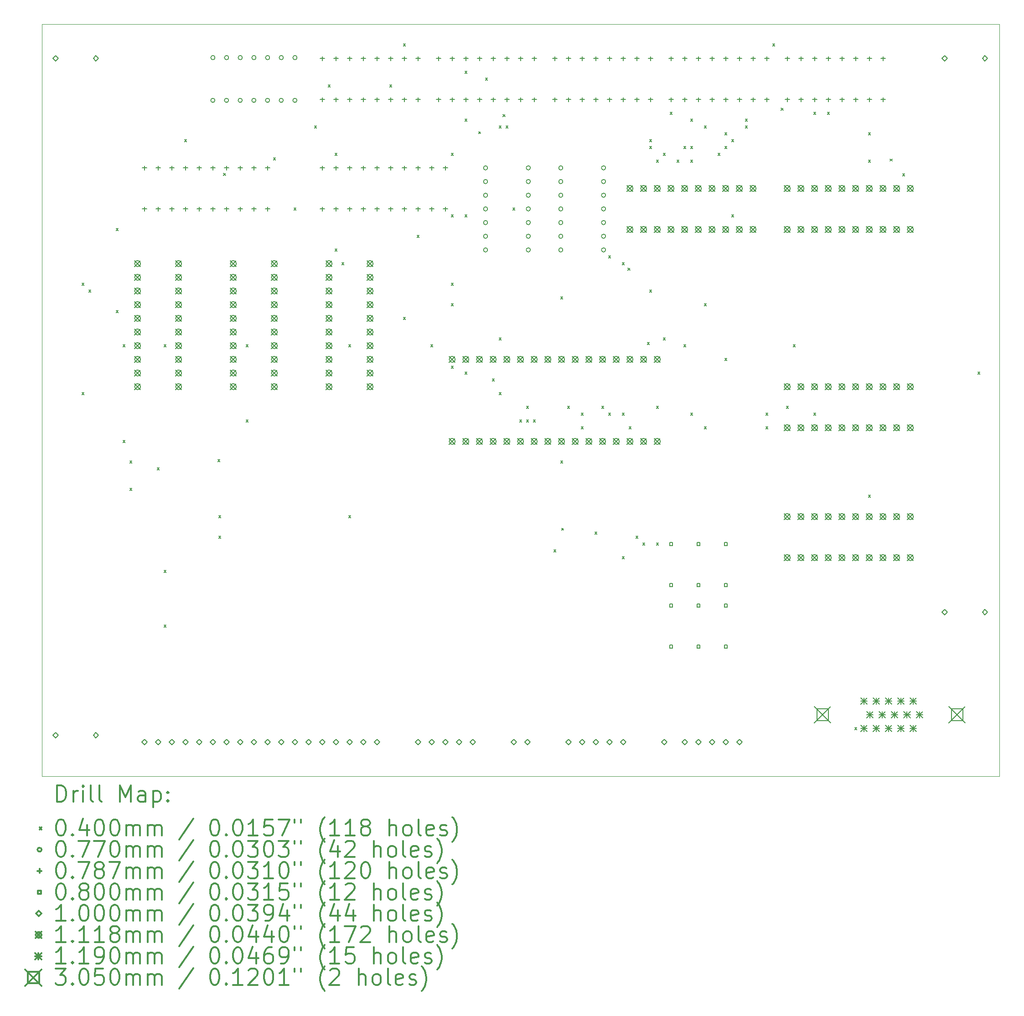
<source format=gbr>
%FSLAX45Y45*%
G04 Gerber Fmt 4.5, Leading zero omitted, Abs format (unit mm)*
G04 Created by KiCad (PCBNEW 5.1.12-84ad8e8a86~92~ubuntu18.04.1) date 2021-11-25 10:46:44*
%MOMM*%
%LPD*%
G01*
G04 APERTURE LIST*
%TA.AperFunction,Profile*%
%ADD10C,0.100000*%
%TD*%
%ADD11C,0.200000*%
%ADD12C,0.300000*%
G04 APERTURE END LIST*
D10*
X57658000Y-47752000D02*
X57658000Y-61722000D01*
X39878000Y-47752000D02*
X57658000Y-47752000D01*
X39878000Y-61722000D02*
X39878000Y-47752000D01*
X57658000Y-61722000D02*
X39878000Y-61722000D01*
D11*
X40620000Y-52558000D02*
X40660000Y-52598000D01*
X40660000Y-52558000D02*
X40620000Y-52598000D01*
X40620000Y-54590000D02*
X40660000Y-54630000D01*
X40660000Y-54590000D02*
X40620000Y-54630000D01*
X40747000Y-52685000D02*
X40787000Y-52725000D01*
X40787000Y-52685000D02*
X40747000Y-52725000D01*
X41255000Y-51542000D02*
X41295000Y-51582000D01*
X41295000Y-51542000D02*
X41255000Y-51582000D01*
X41255000Y-53066000D02*
X41295000Y-53106000D01*
X41295000Y-53066000D02*
X41255000Y-53106000D01*
X41382000Y-53701000D02*
X41422000Y-53741000D01*
X41422000Y-53701000D02*
X41382000Y-53741000D01*
X41382000Y-55479000D02*
X41422000Y-55519000D01*
X41422000Y-55479000D02*
X41382000Y-55519000D01*
X41509000Y-55860000D02*
X41549000Y-55900000D01*
X41549000Y-55860000D02*
X41509000Y-55900000D01*
X41509000Y-56368000D02*
X41549000Y-56408000D01*
X41549000Y-56368000D02*
X41509000Y-56408000D01*
X42017000Y-55987000D02*
X42057000Y-56027000D01*
X42057000Y-55987000D02*
X42017000Y-56027000D01*
X42144000Y-53701000D02*
X42184000Y-53741000D01*
X42184000Y-53701000D02*
X42144000Y-53741000D01*
X42144000Y-57892000D02*
X42184000Y-57932000D01*
X42184000Y-57892000D02*
X42144000Y-57932000D01*
X42144000Y-58908000D02*
X42184000Y-58948000D01*
X42184000Y-58908000D02*
X42144000Y-58948000D01*
X42525000Y-49891000D02*
X42565000Y-49931000D01*
X42565000Y-49891000D02*
X42525000Y-49931000D01*
X43144985Y-55835844D02*
X43184985Y-55875844D01*
X43184985Y-55835844D02*
X43144985Y-55875844D01*
X43160000Y-56876000D02*
X43200000Y-56916000D01*
X43200000Y-56876000D02*
X43160000Y-56916000D01*
X43160000Y-57257000D02*
X43200000Y-57297000D01*
X43200000Y-57257000D02*
X43160000Y-57297000D01*
X43250530Y-50518321D02*
X43290530Y-50558321D01*
X43290530Y-50518321D02*
X43250530Y-50558321D01*
X43668000Y-53701000D02*
X43708000Y-53741000D01*
X43708000Y-53701000D02*
X43668000Y-53741000D01*
X43668000Y-55098000D02*
X43708000Y-55138000D01*
X43708000Y-55098000D02*
X43668000Y-55138000D01*
X44176000Y-50229230D02*
X44216000Y-50269230D01*
X44216000Y-50229230D02*
X44176000Y-50269230D01*
X44557000Y-51161000D02*
X44597000Y-51201000D01*
X44597000Y-51161000D02*
X44557000Y-51201000D01*
X44938000Y-49637000D02*
X44978000Y-49677000D01*
X44978000Y-49637000D02*
X44938000Y-49677000D01*
X45192000Y-48875000D02*
X45232000Y-48915000D01*
X45232000Y-48875000D02*
X45192000Y-48915000D01*
X45319000Y-50145000D02*
X45359000Y-50185000D01*
X45359000Y-50145000D02*
X45319000Y-50185000D01*
X45319000Y-51923000D02*
X45359000Y-51963000D01*
X45359000Y-51923000D02*
X45319000Y-51963000D01*
X45446000Y-52177000D02*
X45486000Y-52217000D01*
X45486000Y-52177000D02*
X45446000Y-52217000D01*
X45573000Y-53701000D02*
X45613000Y-53741000D01*
X45613000Y-53701000D02*
X45573000Y-53741000D01*
X45573000Y-56876000D02*
X45613000Y-56916000D01*
X45613000Y-56876000D02*
X45573000Y-56916000D01*
X46335000Y-48875000D02*
X46375000Y-48915000D01*
X46375000Y-48875000D02*
X46335000Y-48915000D01*
X46589000Y-48113000D02*
X46629000Y-48153000D01*
X46629000Y-48113000D02*
X46589000Y-48153000D01*
X46589000Y-53193000D02*
X46629000Y-53233000D01*
X46629000Y-53193000D02*
X46589000Y-53233000D01*
X46843000Y-51669000D02*
X46883000Y-51709000D01*
X46883000Y-51669000D02*
X46843000Y-51709000D01*
X47097000Y-53701000D02*
X47137000Y-53741000D01*
X47137000Y-53701000D02*
X47097000Y-53741000D01*
X47478000Y-50145000D02*
X47518000Y-50185000D01*
X47518000Y-50145000D02*
X47478000Y-50185000D01*
X47478000Y-51288000D02*
X47518000Y-51328000D01*
X47518000Y-51288000D02*
X47478000Y-51328000D01*
X47478000Y-52558000D02*
X47518000Y-52598000D01*
X47518000Y-52558000D02*
X47478000Y-52598000D01*
X47478000Y-52939000D02*
X47518000Y-52979000D01*
X47518000Y-52939000D02*
X47478000Y-52979000D01*
X47478000Y-54098820D02*
X47518000Y-54138820D01*
X47518000Y-54098820D02*
X47478000Y-54138820D01*
X47732000Y-48621000D02*
X47772000Y-48661000D01*
X47772000Y-48621000D02*
X47732000Y-48661000D01*
X47732000Y-49510000D02*
X47772000Y-49550000D01*
X47772000Y-49510000D02*
X47732000Y-49550000D01*
X47732000Y-51288000D02*
X47772000Y-51328000D01*
X47772000Y-51288000D02*
X47732000Y-51328000D01*
X47732000Y-54209000D02*
X47772000Y-54249000D01*
X47772000Y-54209000D02*
X47732000Y-54249000D01*
X47986000Y-49746000D02*
X48026000Y-49786000D01*
X48026000Y-49746000D02*
X47986000Y-49786000D01*
X48113000Y-48748000D02*
X48153000Y-48788000D01*
X48153000Y-48748000D02*
X48113000Y-48788000D01*
X48240000Y-54336000D02*
X48280000Y-54376000D01*
X48280000Y-54336000D02*
X48240000Y-54376000D01*
X48367000Y-49637000D02*
X48407000Y-49677000D01*
X48407000Y-49637000D02*
X48367000Y-49677000D01*
X48367000Y-53574000D02*
X48407000Y-53614000D01*
X48407000Y-53574000D02*
X48367000Y-53614000D01*
X48367000Y-54590000D02*
X48407000Y-54630000D01*
X48407000Y-54590000D02*
X48367000Y-54630000D01*
X48438980Y-49430510D02*
X48478980Y-49470510D01*
X48478980Y-49430510D02*
X48438980Y-49470510D01*
X48494000Y-49637000D02*
X48534000Y-49677000D01*
X48534000Y-49637000D02*
X48494000Y-49677000D01*
X48621000Y-51161000D02*
X48661000Y-51201000D01*
X48661000Y-51161000D02*
X48621000Y-51201000D01*
X48748000Y-55098000D02*
X48788000Y-55138000D01*
X48788000Y-55098000D02*
X48748000Y-55138000D01*
X48875000Y-54844000D02*
X48915000Y-54884000D01*
X48915000Y-54844000D02*
X48875000Y-54884000D01*
X48875000Y-55098000D02*
X48915000Y-55138000D01*
X48915000Y-55098000D02*
X48875000Y-55138000D01*
X49002000Y-55098000D02*
X49042000Y-55138000D01*
X49042000Y-55098000D02*
X49002000Y-55138000D01*
X49383000Y-57511000D02*
X49423000Y-57551000D01*
X49423000Y-57511000D02*
X49383000Y-57551000D01*
X49510000Y-52812000D02*
X49550000Y-52852000D01*
X49550000Y-52812000D02*
X49510000Y-52852000D01*
X49510000Y-55860000D02*
X49550000Y-55900000D01*
X49550000Y-55860000D02*
X49510000Y-55900000D01*
X49528000Y-57112000D02*
X49568000Y-57152000D01*
X49568000Y-57112000D02*
X49528000Y-57152000D01*
X49637000Y-54844000D02*
X49677000Y-54884000D01*
X49677000Y-54844000D02*
X49637000Y-54884000D01*
X49891000Y-54971000D02*
X49931000Y-55011000D01*
X49931000Y-54971000D02*
X49891000Y-55011000D01*
X49891000Y-55225000D02*
X49931000Y-55265000D01*
X49931000Y-55225000D02*
X49891000Y-55265000D01*
X50145000Y-57184500D02*
X50185000Y-57224500D01*
X50185000Y-57184500D02*
X50145000Y-57224500D01*
X50272000Y-54844000D02*
X50312000Y-54884000D01*
X50312000Y-54844000D02*
X50272000Y-54884000D01*
X50399000Y-52050000D02*
X50439000Y-52090000D01*
X50439000Y-52050000D02*
X50399000Y-52090000D01*
X50399000Y-54971000D02*
X50439000Y-55011000D01*
X50439000Y-54971000D02*
X50399000Y-55011000D01*
X50653000Y-52177000D02*
X50693000Y-52217000D01*
X50693000Y-52177000D02*
X50653000Y-52217000D01*
X50653000Y-54971000D02*
X50693000Y-55011000D01*
X50693000Y-54971000D02*
X50653000Y-55011000D01*
X50653000Y-57638000D02*
X50693000Y-57678000D01*
X50693000Y-57638000D02*
X50653000Y-57678000D01*
X50757423Y-52281423D02*
X50797423Y-52321423D01*
X50797423Y-52281423D02*
X50757423Y-52321423D01*
X50780000Y-55225000D02*
X50820000Y-55265000D01*
X50820000Y-55225000D02*
X50780000Y-55265000D01*
X50907000Y-57257000D02*
X50947000Y-57297000D01*
X50947000Y-57257000D02*
X50907000Y-57297000D01*
X51034000Y-57384000D02*
X51074000Y-57424000D01*
X51074000Y-57384000D02*
X51034000Y-57424000D01*
X51120077Y-53660077D02*
X51160077Y-53700077D01*
X51160077Y-53660077D02*
X51120077Y-53700077D01*
X51161000Y-49891000D02*
X51201000Y-49931000D01*
X51201000Y-49891000D02*
X51161000Y-49931000D01*
X51161000Y-50018000D02*
X51201000Y-50058000D01*
X51201000Y-50018000D02*
X51161000Y-50058000D01*
X51161000Y-52685000D02*
X51201000Y-52725000D01*
X51201000Y-52685000D02*
X51161000Y-52725000D01*
X51288000Y-50272000D02*
X51328000Y-50312000D01*
X51328000Y-50272000D02*
X51288000Y-50312000D01*
X51288000Y-54844000D02*
X51328000Y-54884000D01*
X51328000Y-54844000D02*
X51288000Y-54884000D01*
X51288000Y-57384000D02*
X51328000Y-57424000D01*
X51328000Y-57384000D02*
X51288000Y-57424000D01*
X51415000Y-50145000D02*
X51455000Y-50185000D01*
X51455000Y-50145000D02*
X51415000Y-50185000D01*
X51415000Y-53574000D02*
X51455000Y-53614000D01*
X51455000Y-53574000D02*
X51415000Y-53614000D01*
X51542000Y-49383000D02*
X51582000Y-49423000D01*
X51582000Y-49383000D02*
X51542000Y-49423000D01*
X51669000Y-50272000D02*
X51709000Y-50312000D01*
X51709000Y-50272000D02*
X51669000Y-50312000D01*
X51796000Y-50018000D02*
X51836000Y-50058000D01*
X51836000Y-50018000D02*
X51796000Y-50058000D01*
X51796000Y-53701000D02*
X51836000Y-53741000D01*
X51836000Y-53701000D02*
X51796000Y-53741000D01*
X51923000Y-49510000D02*
X51963000Y-49550000D01*
X51963000Y-49510000D02*
X51923000Y-49550000D01*
X51923000Y-50018000D02*
X51963000Y-50058000D01*
X51963000Y-50018000D02*
X51923000Y-50058000D01*
X51923000Y-50272000D02*
X51963000Y-50312000D01*
X51963000Y-50272000D02*
X51923000Y-50312000D01*
X51923000Y-54971000D02*
X51963000Y-55011000D01*
X51963000Y-54971000D02*
X51923000Y-55011000D01*
X52177000Y-49637000D02*
X52217000Y-49677000D01*
X52217000Y-49637000D02*
X52177000Y-49677000D01*
X52177000Y-52939000D02*
X52217000Y-52979000D01*
X52217000Y-52939000D02*
X52177000Y-52979000D01*
X52177000Y-55225000D02*
X52217000Y-55265000D01*
X52217000Y-55225000D02*
X52177000Y-55265000D01*
X52431000Y-50145000D02*
X52471000Y-50185000D01*
X52471000Y-50145000D02*
X52431000Y-50185000D01*
X52558000Y-49764000D02*
X52598000Y-49804000D01*
X52598000Y-49764000D02*
X52558000Y-49804000D01*
X52558000Y-50018000D02*
X52598000Y-50058000D01*
X52598000Y-50018000D02*
X52558000Y-50058000D01*
X52558000Y-53955000D02*
X52598000Y-53995000D01*
X52598000Y-53955000D02*
X52558000Y-53995000D01*
X52685000Y-49891000D02*
X52725000Y-49931000D01*
X52725000Y-49891000D02*
X52685000Y-49931000D01*
X52685000Y-51288000D02*
X52725000Y-51328000D01*
X52725000Y-51288000D02*
X52685000Y-51328000D01*
X52939000Y-49510000D02*
X52979000Y-49550000D01*
X52979000Y-49510000D02*
X52939000Y-49550000D01*
X52939000Y-49637000D02*
X52979000Y-49677000D01*
X52979000Y-49637000D02*
X52939000Y-49677000D01*
X53320000Y-54971000D02*
X53360000Y-55011000D01*
X53360000Y-54971000D02*
X53320000Y-55011000D01*
X53320000Y-55225000D02*
X53360000Y-55265000D01*
X53360000Y-55225000D02*
X53320000Y-55265000D01*
X53447000Y-48113000D02*
X53487000Y-48153000D01*
X53487000Y-48113000D02*
X53447000Y-48153000D01*
X53604396Y-49310500D02*
X53644396Y-49350500D01*
X53644396Y-49310500D02*
X53604396Y-49350500D01*
X53701000Y-54844000D02*
X53741000Y-54884000D01*
X53741000Y-54844000D02*
X53701000Y-54884000D01*
X53828000Y-53701000D02*
X53868000Y-53741000D01*
X53868000Y-53701000D02*
X53828000Y-53741000D01*
X54209000Y-49383000D02*
X54249000Y-49423000D01*
X54249000Y-49383000D02*
X54209000Y-49423000D01*
X54209000Y-54971000D02*
X54249000Y-55011000D01*
X54249000Y-54971000D02*
X54209000Y-55011000D01*
X54463000Y-49383000D02*
X54503000Y-49423000D01*
X54503000Y-49383000D02*
X54463000Y-49423000D01*
X54971000Y-60813000D02*
X55011000Y-60853000D01*
X55011000Y-60813000D02*
X54971000Y-60853000D01*
X55225000Y-49764000D02*
X55265000Y-49804000D01*
X55265000Y-49764000D02*
X55225000Y-49804000D01*
X55225000Y-50272000D02*
X55265000Y-50312000D01*
X55265000Y-50272000D02*
X55225000Y-50312000D01*
X55225000Y-56495000D02*
X55265000Y-56535000D01*
X55265000Y-56495000D02*
X55225000Y-56535000D01*
X55625586Y-50252414D02*
X55665586Y-50292414D01*
X55665586Y-50252414D02*
X55625586Y-50292414D01*
X55860000Y-50526000D02*
X55900000Y-50566000D01*
X55900000Y-50526000D02*
X55860000Y-50566000D01*
X57257000Y-54209000D02*
X57297000Y-54249000D01*
X57297000Y-54209000D02*
X57257000Y-54249000D01*
X43091500Y-48371000D02*
G75*
G03*
X43091500Y-48371000I-38500J0D01*
G01*
X43091500Y-49165000D02*
G75*
G03*
X43091500Y-49165000I-38500J0D01*
G01*
X43345500Y-48371000D02*
G75*
G03*
X43345500Y-48371000I-38500J0D01*
G01*
X43345500Y-49165000D02*
G75*
G03*
X43345500Y-49165000I-38500J0D01*
G01*
X43599500Y-48371000D02*
G75*
G03*
X43599500Y-48371000I-38500J0D01*
G01*
X43599500Y-49165000D02*
G75*
G03*
X43599500Y-49165000I-38500J0D01*
G01*
X43853500Y-48371000D02*
G75*
G03*
X43853500Y-48371000I-38500J0D01*
G01*
X43853500Y-49165000D02*
G75*
G03*
X43853500Y-49165000I-38500J0D01*
G01*
X44107500Y-48371000D02*
G75*
G03*
X44107500Y-48371000I-38500J0D01*
G01*
X44107500Y-49165000D02*
G75*
G03*
X44107500Y-49165000I-38500J0D01*
G01*
X44361500Y-48371000D02*
G75*
G03*
X44361500Y-48371000I-38500J0D01*
G01*
X44361500Y-49165000D02*
G75*
G03*
X44361500Y-49165000I-38500J0D01*
G01*
X44615500Y-48371000D02*
G75*
G03*
X44615500Y-48371000I-38500J0D01*
G01*
X44615500Y-49165000D02*
G75*
G03*
X44615500Y-49165000I-38500J0D01*
G01*
X48155500Y-50419000D02*
G75*
G03*
X48155500Y-50419000I-38500J0D01*
G01*
X48155500Y-50673000D02*
G75*
G03*
X48155500Y-50673000I-38500J0D01*
G01*
X48155500Y-50927000D02*
G75*
G03*
X48155500Y-50927000I-38500J0D01*
G01*
X48155500Y-51181000D02*
G75*
G03*
X48155500Y-51181000I-38500J0D01*
G01*
X48155500Y-51435000D02*
G75*
G03*
X48155500Y-51435000I-38500J0D01*
G01*
X48155500Y-51689000D02*
G75*
G03*
X48155500Y-51689000I-38500J0D01*
G01*
X48155500Y-51943000D02*
G75*
G03*
X48155500Y-51943000I-38500J0D01*
G01*
X48949500Y-50419000D02*
G75*
G03*
X48949500Y-50419000I-38500J0D01*
G01*
X48949500Y-50673000D02*
G75*
G03*
X48949500Y-50673000I-38500J0D01*
G01*
X48949500Y-50927000D02*
G75*
G03*
X48949500Y-50927000I-38500J0D01*
G01*
X48949500Y-51181000D02*
G75*
G03*
X48949500Y-51181000I-38500J0D01*
G01*
X48949500Y-51435000D02*
G75*
G03*
X48949500Y-51435000I-38500J0D01*
G01*
X48949500Y-51689000D02*
G75*
G03*
X48949500Y-51689000I-38500J0D01*
G01*
X48949500Y-51943000D02*
G75*
G03*
X48949500Y-51943000I-38500J0D01*
G01*
X49552500Y-50419000D02*
G75*
G03*
X49552500Y-50419000I-38500J0D01*
G01*
X49552500Y-50673000D02*
G75*
G03*
X49552500Y-50673000I-38500J0D01*
G01*
X49552500Y-50927000D02*
G75*
G03*
X49552500Y-50927000I-38500J0D01*
G01*
X49552500Y-51181000D02*
G75*
G03*
X49552500Y-51181000I-38500J0D01*
G01*
X49552500Y-51435000D02*
G75*
G03*
X49552500Y-51435000I-38500J0D01*
G01*
X49552500Y-51689000D02*
G75*
G03*
X49552500Y-51689000I-38500J0D01*
G01*
X49552500Y-51943000D02*
G75*
G03*
X49552500Y-51943000I-38500J0D01*
G01*
X50346500Y-50419000D02*
G75*
G03*
X50346500Y-50419000I-38500J0D01*
G01*
X50346500Y-50673000D02*
G75*
G03*
X50346500Y-50673000I-38500J0D01*
G01*
X50346500Y-50927000D02*
G75*
G03*
X50346500Y-50927000I-38500J0D01*
G01*
X50346500Y-51181000D02*
G75*
G03*
X50346500Y-51181000I-38500J0D01*
G01*
X50346500Y-51435000D02*
G75*
G03*
X50346500Y-51435000I-38500J0D01*
G01*
X50346500Y-51689000D02*
G75*
G03*
X50346500Y-51689000I-38500J0D01*
G01*
X50346500Y-51943000D02*
G75*
G03*
X50346500Y-51943000I-38500J0D01*
G01*
X41783000Y-50379630D02*
X41783000Y-50458370D01*
X41743630Y-50419000D02*
X41822370Y-50419000D01*
X41783000Y-51141630D02*
X41783000Y-51220370D01*
X41743630Y-51181000D02*
X41822370Y-51181000D01*
X42037000Y-50379630D02*
X42037000Y-50458370D01*
X41997630Y-50419000D02*
X42076370Y-50419000D01*
X42037000Y-51141630D02*
X42037000Y-51220370D01*
X41997630Y-51181000D02*
X42076370Y-51181000D01*
X42291000Y-50379630D02*
X42291000Y-50458370D01*
X42251630Y-50419000D02*
X42330370Y-50419000D01*
X42291000Y-51141630D02*
X42291000Y-51220370D01*
X42251630Y-51181000D02*
X42330370Y-51181000D01*
X42545000Y-50379630D02*
X42545000Y-50458370D01*
X42505630Y-50419000D02*
X42584370Y-50419000D01*
X42545000Y-51141630D02*
X42545000Y-51220370D01*
X42505630Y-51181000D02*
X42584370Y-51181000D01*
X42799000Y-50379630D02*
X42799000Y-50458370D01*
X42759630Y-50419000D02*
X42838370Y-50419000D01*
X42799000Y-51141630D02*
X42799000Y-51220370D01*
X42759630Y-51181000D02*
X42838370Y-51181000D01*
X43053000Y-50379630D02*
X43053000Y-50458370D01*
X43013630Y-50419000D02*
X43092370Y-50419000D01*
X43053000Y-51141630D02*
X43053000Y-51220370D01*
X43013630Y-51181000D02*
X43092370Y-51181000D01*
X43307000Y-50379630D02*
X43307000Y-50458370D01*
X43267630Y-50419000D02*
X43346370Y-50419000D01*
X43307000Y-51141630D02*
X43307000Y-51220370D01*
X43267630Y-51181000D02*
X43346370Y-51181000D01*
X43561000Y-50379630D02*
X43561000Y-50458370D01*
X43521630Y-50419000D02*
X43600370Y-50419000D01*
X43561000Y-51141630D02*
X43561000Y-51220370D01*
X43521630Y-51181000D02*
X43600370Y-51181000D01*
X43815000Y-50379630D02*
X43815000Y-50458370D01*
X43775630Y-50419000D02*
X43854370Y-50419000D01*
X43815000Y-51141630D02*
X43815000Y-51220370D01*
X43775630Y-51181000D02*
X43854370Y-51181000D01*
X44069000Y-50379630D02*
X44069000Y-50458370D01*
X44029630Y-50419000D02*
X44108370Y-50419000D01*
X44069000Y-51141630D02*
X44069000Y-51220370D01*
X44029630Y-51181000D02*
X44108370Y-51181000D01*
X45085000Y-48347630D02*
X45085000Y-48426370D01*
X45045630Y-48387000D02*
X45124370Y-48387000D01*
X45085000Y-49109630D02*
X45085000Y-49188370D01*
X45045630Y-49149000D02*
X45124370Y-49149000D01*
X45085000Y-50379630D02*
X45085000Y-50458370D01*
X45045630Y-50419000D02*
X45124370Y-50419000D01*
X45085000Y-51141630D02*
X45085000Y-51220370D01*
X45045630Y-51181000D02*
X45124370Y-51181000D01*
X45339000Y-48347630D02*
X45339000Y-48426370D01*
X45299630Y-48387000D02*
X45378370Y-48387000D01*
X45339000Y-49109630D02*
X45339000Y-49188370D01*
X45299630Y-49149000D02*
X45378370Y-49149000D01*
X45339000Y-50379630D02*
X45339000Y-50458370D01*
X45299630Y-50419000D02*
X45378370Y-50419000D01*
X45339000Y-51141630D02*
X45339000Y-51220370D01*
X45299630Y-51181000D02*
X45378370Y-51181000D01*
X45593000Y-48347630D02*
X45593000Y-48426370D01*
X45553630Y-48387000D02*
X45632370Y-48387000D01*
X45593000Y-49109630D02*
X45593000Y-49188370D01*
X45553630Y-49149000D02*
X45632370Y-49149000D01*
X45593000Y-50379630D02*
X45593000Y-50458370D01*
X45553630Y-50419000D02*
X45632370Y-50419000D01*
X45593000Y-51141630D02*
X45593000Y-51220370D01*
X45553630Y-51181000D02*
X45632370Y-51181000D01*
X45847000Y-48347630D02*
X45847000Y-48426370D01*
X45807630Y-48387000D02*
X45886370Y-48387000D01*
X45847000Y-49109630D02*
X45847000Y-49188370D01*
X45807630Y-49149000D02*
X45886370Y-49149000D01*
X45847000Y-50379630D02*
X45847000Y-50458370D01*
X45807630Y-50419000D02*
X45886370Y-50419000D01*
X45847000Y-51141630D02*
X45847000Y-51220370D01*
X45807630Y-51181000D02*
X45886370Y-51181000D01*
X46101000Y-48347630D02*
X46101000Y-48426370D01*
X46061630Y-48387000D02*
X46140370Y-48387000D01*
X46101000Y-49109630D02*
X46101000Y-49188370D01*
X46061630Y-49149000D02*
X46140370Y-49149000D01*
X46101000Y-50379630D02*
X46101000Y-50458370D01*
X46061630Y-50419000D02*
X46140370Y-50419000D01*
X46101000Y-51141630D02*
X46101000Y-51220370D01*
X46061630Y-51181000D02*
X46140370Y-51181000D01*
X46355000Y-48347630D02*
X46355000Y-48426370D01*
X46315630Y-48387000D02*
X46394370Y-48387000D01*
X46355000Y-49109630D02*
X46355000Y-49188370D01*
X46315630Y-49149000D02*
X46394370Y-49149000D01*
X46355000Y-50379630D02*
X46355000Y-50458370D01*
X46315630Y-50419000D02*
X46394370Y-50419000D01*
X46355000Y-51141630D02*
X46355000Y-51220370D01*
X46315630Y-51181000D02*
X46394370Y-51181000D01*
X46609000Y-48347630D02*
X46609000Y-48426370D01*
X46569630Y-48387000D02*
X46648370Y-48387000D01*
X46609000Y-49109630D02*
X46609000Y-49188370D01*
X46569630Y-49149000D02*
X46648370Y-49149000D01*
X46609000Y-50379630D02*
X46609000Y-50458370D01*
X46569630Y-50419000D02*
X46648370Y-50419000D01*
X46609000Y-51141630D02*
X46609000Y-51220370D01*
X46569630Y-51181000D02*
X46648370Y-51181000D01*
X46863000Y-48347630D02*
X46863000Y-48426370D01*
X46823630Y-48387000D02*
X46902370Y-48387000D01*
X46863000Y-49109630D02*
X46863000Y-49188370D01*
X46823630Y-49149000D02*
X46902370Y-49149000D01*
X46863000Y-50379630D02*
X46863000Y-50458370D01*
X46823630Y-50419000D02*
X46902370Y-50419000D01*
X46863000Y-51141630D02*
X46863000Y-51220370D01*
X46823630Y-51181000D02*
X46902370Y-51181000D01*
X47117000Y-50379630D02*
X47117000Y-50458370D01*
X47077630Y-50419000D02*
X47156370Y-50419000D01*
X47117000Y-51141630D02*
X47117000Y-51220370D01*
X47077630Y-51181000D02*
X47156370Y-51181000D01*
X47244000Y-48347630D02*
X47244000Y-48426370D01*
X47204630Y-48387000D02*
X47283370Y-48387000D01*
X47244000Y-49109630D02*
X47244000Y-49188370D01*
X47204630Y-49149000D02*
X47283370Y-49149000D01*
X47371000Y-50379630D02*
X47371000Y-50458370D01*
X47331630Y-50419000D02*
X47410370Y-50419000D01*
X47371000Y-51141630D02*
X47371000Y-51220370D01*
X47331630Y-51181000D02*
X47410370Y-51181000D01*
X47498000Y-48347630D02*
X47498000Y-48426370D01*
X47458630Y-48387000D02*
X47537370Y-48387000D01*
X47498000Y-49109630D02*
X47498000Y-49188370D01*
X47458630Y-49149000D02*
X47537370Y-49149000D01*
X47752000Y-48347630D02*
X47752000Y-48426370D01*
X47712630Y-48387000D02*
X47791370Y-48387000D01*
X47752000Y-49109630D02*
X47752000Y-49188370D01*
X47712630Y-49149000D02*
X47791370Y-49149000D01*
X48006000Y-48347630D02*
X48006000Y-48426370D01*
X47966630Y-48387000D02*
X48045370Y-48387000D01*
X48006000Y-49109630D02*
X48006000Y-49188370D01*
X47966630Y-49149000D02*
X48045370Y-49149000D01*
X48260000Y-48347630D02*
X48260000Y-48426370D01*
X48220630Y-48387000D02*
X48299370Y-48387000D01*
X48260000Y-49109630D02*
X48260000Y-49188370D01*
X48220630Y-49149000D02*
X48299370Y-49149000D01*
X48514000Y-48347630D02*
X48514000Y-48426370D01*
X48474630Y-48387000D02*
X48553370Y-48387000D01*
X48514000Y-49109630D02*
X48514000Y-49188370D01*
X48474630Y-49149000D02*
X48553370Y-49149000D01*
X48768000Y-48347630D02*
X48768000Y-48426370D01*
X48728630Y-48387000D02*
X48807370Y-48387000D01*
X48768000Y-49109630D02*
X48768000Y-49188370D01*
X48728630Y-49149000D02*
X48807370Y-49149000D01*
X49022000Y-48347630D02*
X49022000Y-48426370D01*
X48982630Y-48387000D02*
X49061370Y-48387000D01*
X49022000Y-49109630D02*
X49022000Y-49188370D01*
X48982630Y-49149000D02*
X49061370Y-49149000D01*
X49403000Y-48347630D02*
X49403000Y-48426370D01*
X49363630Y-48387000D02*
X49442370Y-48387000D01*
X49403000Y-49109630D02*
X49403000Y-49188370D01*
X49363630Y-49149000D02*
X49442370Y-49149000D01*
X49657000Y-48347630D02*
X49657000Y-48426370D01*
X49617630Y-48387000D02*
X49696370Y-48387000D01*
X49657000Y-49109630D02*
X49657000Y-49188370D01*
X49617630Y-49149000D02*
X49696370Y-49149000D01*
X49911000Y-48347630D02*
X49911000Y-48426370D01*
X49871630Y-48387000D02*
X49950370Y-48387000D01*
X49911000Y-49109630D02*
X49911000Y-49188370D01*
X49871630Y-49149000D02*
X49950370Y-49149000D01*
X50165000Y-48347630D02*
X50165000Y-48426370D01*
X50125630Y-48387000D02*
X50204370Y-48387000D01*
X50165000Y-49109630D02*
X50165000Y-49188370D01*
X50125630Y-49149000D02*
X50204370Y-49149000D01*
X50419000Y-48347630D02*
X50419000Y-48426370D01*
X50379630Y-48387000D02*
X50458370Y-48387000D01*
X50419000Y-49109630D02*
X50419000Y-49188370D01*
X50379630Y-49149000D02*
X50458370Y-49149000D01*
X50673000Y-48347630D02*
X50673000Y-48426370D01*
X50633630Y-48387000D02*
X50712370Y-48387000D01*
X50673000Y-49109630D02*
X50673000Y-49188370D01*
X50633630Y-49149000D02*
X50712370Y-49149000D01*
X50927000Y-48347630D02*
X50927000Y-48426370D01*
X50887630Y-48387000D02*
X50966370Y-48387000D01*
X50927000Y-49109630D02*
X50927000Y-49188370D01*
X50887630Y-49149000D02*
X50966370Y-49149000D01*
X51181000Y-48347630D02*
X51181000Y-48426370D01*
X51141630Y-48387000D02*
X51220370Y-48387000D01*
X51181000Y-49109630D02*
X51181000Y-49188370D01*
X51141630Y-49149000D02*
X51220370Y-49149000D01*
X51562000Y-48347630D02*
X51562000Y-48426370D01*
X51522630Y-48387000D02*
X51601370Y-48387000D01*
X51562000Y-49109630D02*
X51562000Y-49188370D01*
X51522630Y-49149000D02*
X51601370Y-49149000D01*
X51816000Y-48347630D02*
X51816000Y-48426370D01*
X51776630Y-48387000D02*
X51855370Y-48387000D01*
X51816000Y-49109630D02*
X51816000Y-49188370D01*
X51776630Y-49149000D02*
X51855370Y-49149000D01*
X52070000Y-48347630D02*
X52070000Y-48426370D01*
X52030630Y-48387000D02*
X52109370Y-48387000D01*
X52070000Y-49109630D02*
X52070000Y-49188370D01*
X52030630Y-49149000D02*
X52109370Y-49149000D01*
X52324000Y-48347630D02*
X52324000Y-48426370D01*
X52284630Y-48387000D02*
X52363370Y-48387000D01*
X52324000Y-49109630D02*
X52324000Y-49188370D01*
X52284630Y-49149000D02*
X52363370Y-49149000D01*
X52578000Y-48347630D02*
X52578000Y-48426370D01*
X52538630Y-48387000D02*
X52617370Y-48387000D01*
X52578000Y-49109630D02*
X52578000Y-49188370D01*
X52538630Y-49149000D02*
X52617370Y-49149000D01*
X52832000Y-48347630D02*
X52832000Y-48426370D01*
X52792630Y-48387000D02*
X52871370Y-48387000D01*
X52832000Y-49109630D02*
X52832000Y-49188370D01*
X52792630Y-49149000D02*
X52871370Y-49149000D01*
X53086000Y-48347630D02*
X53086000Y-48426370D01*
X53046630Y-48387000D02*
X53125370Y-48387000D01*
X53086000Y-49109630D02*
X53086000Y-49188370D01*
X53046630Y-49149000D02*
X53125370Y-49149000D01*
X53340000Y-48347630D02*
X53340000Y-48426370D01*
X53300630Y-48387000D02*
X53379370Y-48387000D01*
X53340000Y-49109630D02*
X53340000Y-49188370D01*
X53300630Y-49149000D02*
X53379370Y-49149000D01*
X53721000Y-48347630D02*
X53721000Y-48426370D01*
X53681630Y-48387000D02*
X53760370Y-48387000D01*
X53721000Y-49109630D02*
X53721000Y-49188370D01*
X53681630Y-49149000D02*
X53760370Y-49149000D01*
X53975000Y-48347630D02*
X53975000Y-48426370D01*
X53935630Y-48387000D02*
X54014370Y-48387000D01*
X53975000Y-49109630D02*
X53975000Y-49188370D01*
X53935630Y-49149000D02*
X54014370Y-49149000D01*
X54229000Y-48347630D02*
X54229000Y-48426370D01*
X54189630Y-48387000D02*
X54268370Y-48387000D01*
X54229000Y-49109630D02*
X54229000Y-49188370D01*
X54189630Y-49149000D02*
X54268370Y-49149000D01*
X54483000Y-48347630D02*
X54483000Y-48426370D01*
X54443630Y-48387000D02*
X54522370Y-48387000D01*
X54483000Y-49109630D02*
X54483000Y-49188370D01*
X54443630Y-49149000D02*
X54522370Y-49149000D01*
X54737000Y-48347630D02*
X54737000Y-48426370D01*
X54697630Y-48387000D02*
X54776370Y-48387000D01*
X54737000Y-49109630D02*
X54737000Y-49188370D01*
X54697630Y-49149000D02*
X54776370Y-49149000D01*
X54991000Y-48347630D02*
X54991000Y-48426370D01*
X54951630Y-48387000D02*
X55030370Y-48387000D01*
X54991000Y-49109630D02*
X54991000Y-49188370D01*
X54951630Y-49149000D02*
X55030370Y-49149000D01*
X55245000Y-48347630D02*
X55245000Y-48426370D01*
X55205630Y-48387000D02*
X55284370Y-48387000D01*
X55245000Y-49109630D02*
X55245000Y-49188370D01*
X55205630Y-49149000D02*
X55284370Y-49149000D01*
X55499000Y-48347630D02*
X55499000Y-48426370D01*
X55459630Y-48387000D02*
X55538370Y-48387000D01*
X55499000Y-49109630D02*
X55499000Y-49188370D01*
X55459630Y-49149000D02*
X55538370Y-49149000D01*
X51590284Y-57432284D02*
X51590284Y-57375715D01*
X51533715Y-57375715D01*
X51533715Y-57432284D01*
X51590284Y-57432284D01*
X51590284Y-58194284D02*
X51590284Y-58137715D01*
X51533715Y-58137715D01*
X51533715Y-58194284D01*
X51590284Y-58194284D01*
X51590284Y-58575284D02*
X51590284Y-58518715D01*
X51533715Y-58518715D01*
X51533715Y-58575284D01*
X51590284Y-58575284D01*
X51590284Y-59337284D02*
X51590284Y-59280715D01*
X51533715Y-59280715D01*
X51533715Y-59337284D01*
X51590284Y-59337284D01*
X52098284Y-57432284D02*
X52098284Y-57375715D01*
X52041715Y-57375715D01*
X52041715Y-57432284D01*
X52098284Y-57432284D01*
X52098284Y-58194284D02*
X52098284Y-58137715D01*
X52041715Y-58137715D01*
X52041715Y-58194284D01*
X52098284Y-58194284D01*
X52098284Y-58575284D02*
X52098284Y-58518715D01*
X52041715Y-58518715D01*
X52041715Y-58575284D01*
X52098284Y-58575284D01*
X52098284Y-59337284D02*
X52098284Y-59280715D01*
X52041715Y-59280715D01*
X52041715Y-59337284D01*
X52098284Y-59337284D01*
X52606284Y-57432284D02*
X52606284Y-57375715D01*
X52549715Y-57375715D01*
X52549715Y-57432284D01*
X52606284Y-57432284D01*
X52606284Y-58194284D02*
X52606284Y-58137715D01*
X52549715Y-58137715D01*
X52549715Y-58194284D01*
X52606284Y-58194284D01*
X52606284Y-58575284D02*
X52606284Y-58518715D01*
X52549715Y-58518715D01*
X52549715Y-58575284D01*
X52606284Y-58575284D01*
X52606284Y-59337284D02*
X52606284Y-59280715D01*
X52549715Y-59280715D01*
X52549715Y-59337284D01*
X52606284Y-59337284D01*
X40132000Y-48437000D02*
X40182000Y-48387000D01*
X40132000Y-48337000D01*
X40082000Y-48387000D01*
X40132000Y-48437000D01*
X40132000Y-61010000D02*
X40182000Y-60960000D01*
X40132000Y-60910000D01*
X40082000Y-60960000D01*
X40132000Y-61010000D01*
X40882000Y-48437000D02*
X40932000Y-48387000D01*
X40882000Y-48337000D01*
X40832000Y-48387000D01*
X40882000Y-48437000D01*
X40882000Y-61010000D02*
X40932000Y-60960000D01*
X40882000Y-60910000D01*
X40832000Y-60960000D01*
X40882000Y-61010000D01*
X41783000Y-61137000D02*
X41833000Y-61087000D01*
X41783000Y-61037000D01*
X41733000Y-61087000D01*
X41783000Y-61137000D01*
X42037000Y-61137000D02*
X42087000Y-61087000D01*
X42037000Y-61037000D01*
X41987000Y-61087000D01*
X42037000Y-61137000D01*
X42291000Y-61137000D02*
X42341000Y-61087000D01*
X42291000Y-61037000D01*
X42241000Y-61087000D01*
X42291000Y-61137000D01*
X42545000Y-61137000D02*
X42595000Y-61087000D01*
X42545000Y-61037000D01*
X42495000Y-61087000D01*
X42545000Y-61137000D01*
X42799000Y-61137000D02*
X42849000Y-61087000D01*
X42799000Y-61037000D01*
X42749000Y-61087000D01*
X42799000Y-61137000D01*
X43053000Y-61137000D02*
X43103000Y-61087000D01*
X43053000Y-61037000D01*
X43003000Y-61087000D01*
X43053000Y-61137000D01*
X43307000Y-61137000D02*
X43357000Y-61087000D01*
X43307000Y-61037000D01*
X43257000Y-61087000D01*
X43307000Y-61137000D01*
X43561000Y-61137000D02*
X43611000Y-61087000D01*
X43561000Y-61037000D01*
X43511000Y-61087000D01*
X43561000Y-61137000D01*
X43815000Y-61137000D02*
X43865000Y-61087000D01*
X43815000Y-61037000D01*
X43765000Y-61087000D01*
X43815000Y-61137000D01*
X44069000Y-61137000D02*
X44119000Y-61087000D01*
X44069000Y-61037000D01*
X44019000Y-61087000D01*
X44069000Y-61137000D01*
X44323000Y-61137000D02*
X44373000Y-61087000D01*
X44323000Y-61037000D01*
X44273000Y-61087000D01*
X44323000Y-61137000D01*
X44577000Y-61137000D02*
X44627000Y-61087000D01*
X44577000Y-61037000D01*
X44527000Y-61087000D01*
X44577000Y-61137000D01*
X44831000Y-61137000D02*
X44881000Y-61087000D01*
X44831000Y-61037000D01*
X44781000Y-61087000D01*
X44831000Y-61137000D01*
X45085000Y-61137000D02*
X45135000Y-61087000D01*
X45085000Y-61037000D01*
X45035000Y-61087000D01*
X45085000Y-61137000D01*
X45339000Y-61137000D02*
X45389000Y-61087000D01*
X45339000Y-61037000D01*
X45289000Y-61087000D01*
X45339000Y-61137000D01*
X45593000Y-61137000D02*
X45643000Y-61087000D01*
X45593000Y-61037000D01*
X45543000Y-61087000D01*
X45593000Y-61137000D01*
X45847000Y-61137000D02*
X45897000Y-61087000D01*
X45847000Y-61037000D01*
X45797000Y-61087000D01*
X45847000Y-61137000D01*
X46101000Y-61137000D02*
X46151000Y-61087000D01*
X46101000Y-61037000D01*
X46051000Y-61087000D01*
X46101000Y-61137000D01*
X46863000Y-61137000D02*
X46913000Y-61087000D01*
X46863000Y-61037000D01*
X46813000Y-61087000D01*
X46863000Y-61137000D01*
X47117000Y-61137000D02*
X47167000Y-61087000D01*
X47117000Y-61037000D01*
X47067000Y-61087000D01*
X47117000Y-61137000D01*
X47371000Y-61137000D02*
X47421000Y-61087000D01*
X47371000Y-61037000D01*
X47321000Y-61087000D01*
X47371000Y-61137000D01*
X47625000Y-61137000D02*
X47675000Y-61087000D01*
X47625000Y-61037000D01*
X47575000Y-61087000D01*
X47625000Y-61137000D01*
X47879000Y-61137000D02*
X47929000Y-61087000D01*
X47879000Y-61037000D01*
X47829000Y-61087000D01*
X47879000Y-61137000D01*
X48641000Y-61137000D02*
X48691000Y-61087000D01*
X48641000Y-61037000D01*
X48591000Y-61087000D01*
X48641000Y-61137000D01*
X48895000Y-61137000D02*
X48945000Y-61087000D01*
X48895000Y-61037000D01*
X48845000Y-61087000D01*
X48895000Y-61137000D01*
X49657000Y-61137000D02*
X49707000Y-61087000D01*
X49657000Y-61037000D01*
X49607000Y-61087000D01*
X49657000Y-61137000D01*
X49911000Y-61137000D02*
X49961000Y-61087000D01*
X49911000Y-61037000D01*
X49861000Y-61087000D01*
X49911000Y-61137000D01*
X50165000Y-61137000D02*
X50215000Y-61087000D01*
X50165000Y-61037000D01*
X50115000Y-61087000D01*
X50165000Y-61137000D01*
X50419000Y-61137000D02*
X50469000Y-61087000D01*
X50419000Y-61037000D01*
X50369000Y-61087000D01*
X50419000Y-61137000D01*
X50673000Y-61137000D02*
X50723000Y-61087000D01*
X50673000Y-61037000D01*
X50623000Y-61087000D01*
X50673000Y-61137000D01*
X51435000Y-61137000D02*
X51485000Y-61087000D01*
X51435000Y-61037000D01*
X51385000Y-61087000D01*
X51435000Y-61137000D01*
X51816000Y-61137000D02*
X51866000Y-61087000D01*
X51816000Y-61037000D01*
X51766000Y-61087000D01*
X51816000Y-61137000D01*
X52070000Y-61137000D02*
X52120000Y-61087000D01*
X52070000Y-61037000D01*
X52020000Y-61087000D01*
X52070000Y-61137000D01*
X52324000Y-61137000D02*
X52374000Y-61087000D01*
X52324000Y-61037000D01*
X52274000Y-61087000D01*
X52324000Y-61137000D01*
X52578000Y-61137000D02*
X52628000Y-61087000D01*
X52578000Y-61037000D01*
X52528000Y-61087000D01*
X52578000Y-61137000D01*
X52832000Y-61137000D02*
X52882000Y-61087000D01*
X52832000Y-61037000D01*
X52782000Y-61087000D01*
X52832000Y-61137000D01*
X56642000Y-48437000D02*
X56692000Y-48387000D01*
X56642000Y-48337000D01*
X56592000Y-48387000D01*
X56642000Y-48437000D01*
X56642000Y-58724000D02*
X56692000Y-58674000D01*
X56642000Y-58624000D01*
X56592000Y-58674000D01*
X56642000Y-58724000D01*
X57392000Y-48437000D02*
X57442000Y-48387000D01*
X57392000Y-48337000D01*
X57342000Y-48387000D01*
X57392000Y-48437000D01*
X57392000Y-58724000D02*
X57442000Y-58674000D01*
X57392000Y-58624000D01*
X57342000Y-58674000D01*
X57392000Y-58724000D01*
X41600120Y-52141120D02*
X41711880Y-52252880D01*
X41711880Y-52141120D02*
X41600120Y-52252880D01*
X41711880Y-52197000D02*
G75*
G03*
X41711880Y-52197000I-55880J0D01*
G01*
X41600120Y-52395120D02*
X41711880Y-52506880D01*
X41711880Y-52395120D02*
X41600120Y-52506880D01*
X41711880Y-52451000D02*
G75*
G03*
X41711880Y-52451000I-55880J0D01*
G01*
X41600120Y-52649120D02*
X41711880Y-52760880D01*
X41711880Y-52649120D02*
X41600120Y-52760880D01*
X41711880Y-52705000D02*
G75*
G03*
X41711880Y-52705000I-55880J0D01*
G01*
X41600120Y-52903120D02*
X41711880Y-53014880D01*
X41711880Y-52903120D02*
X41600120Y-53014880D01*
X41711880Y-52959000D02*
G75*
G03*
X41711880Y-52959000I-55880J0D01*
G01*
X41600120Y-53157120D02*
X41711880Y-53268880D01*
X41711880Y-53157120D02*
X41600120Y-53268880D01*
X41711880Y-53213000D02*
G75*
G03*
X41711880Y-53213000I-55880J0D01*
G01*
X41600120Y-53411120D02*
X41711880Y-53522880D01*
X41711880Y-53411120D02*
X41600120Y-53522880D01*
X41711880Y-53467000D02*
G75*
G03*
X41711880Y-53467000I-55880J0D01*
G01*
X41600120Y-53665120D02*
X41711880Y-53776880D01*
X41711880Y-53665120D02*
X41600120Y-53776880D01*
X41711880Y-53721000D02*
G75*
G03*
X41711880Y-53721000I-55880J0D01*
G01*
X41600120Y-53919120D02*
X41711880Y-54030880D01*
X41711880Y-53919120D02*
X41600120Y-54030880D01*
X41711880Y-53975000D02*
G75*
G03*
X41711880Y-53975000I-55880J0D01*
G01*
X41600120Y-54173120D02*
X41711880Y-54284880D01*
X41711880Y-54173120D02*
X41600120Y-54284880D01*
X41711880Y-54229000D02*
G75*
G03*
X41711880Y-54229000I-55880J0D01*
G01*
X41600120Y-54427120D02*
X41711880Y-54538880D01*
X41711880Y-54427120D02*
X41600120Y-54538880D01*
X41711880Y-54483000D02*
G75*
G03*
X41711880Y-54483000I-55880J0D01*
G01*
X42362120Y-52141120D02*
X42473880Y-52252880D01*
X42473880Y-52141120D02*
X42362120Y-52252880D01*
X42473880Y-52197000D02*
G75*
G03*
X42473880Y-52197000I-55880J0D01*
G01*
X42362120Y-52395120D02*
X42473880Y-52506880D01*
X42473880Y-52395120D02*
X42362120Y-52506880D01*
X42473880Y-52451000D02*
G75*
G03*
X42473880Y-52451000I-55880J0D01*
G01*
X42362120Y-52649120D02*
X42473880Y-52760880D01*
X42473880Y-52649120D02*
X42362120Y-52760880D01*
X42473880Y-52705000D02*
G75*
G03*
X42473880Y-52705000I-55880J0D01*
G01*
X42362120Y-52903120D02*
X42473880Y-53014880D01*
X42473880Y-52903120D02*
X42362120Y-53014880D01*
X42473880Y-52959000D02*
G75*
G03*
X42473880Y-52959000I-55880J0D01*
G01*
X42362120Y-53157120D02*
X42473880Y-53268880D01*
X42473880Y-53157120D02*
X42362120Y-53268880D01*
X42473880Y-53213000D02*
G75*
G03*
X42473880Y-53213000I-55880J0D01*
G01*
X42362120Y-53411120D02*
X42473880Y-53522880D01*
X42473880Y-53411120D02*
X42362120Y-53522880D01*
X42473880Y-53467000D02*
G75*
G03*
X42473880Y-53467000I-55880J0D01*
G01*
X42362120Y-53665120D02*
X42473880Y-53776880D01*
X42473880Y-53665120D02*
X42362120Y-53776880D01*
X42473880Y-53721000D02*
G75*
G03*
X42473880Y-53721000I-55880J0D01*
G01*
X42362120Y-53919120D02*
X42473880Y-54030880D01*
X42473880Y-53919120D02*
X42362120Y-54030880D01*
X42473880Y-53975000D02*
G75*
G03*
X42473880Y-53975000I-55880J0D01*
G01*
X42362120Y-54173120D02*
X42473880Y-54284880D01*
X42473880Y-54173120D02*
X42362120Y-54284880D01*
X42473880Y-54229000D02*
G75*
G03*
X42473880Y-54229000I-55880J0D01*
G01*
X42362120Y-54427120D02*
X42473880Y-54538880D01*
X42473880Y-54427120D02*
X42362120Y-54538880D01*
X42473880Y-54483000D02*
G75*
G03*
X42473880Y-54483000I-55880J0D01*
G01*
X43378120Y-52141120D02*
X43489880Y-52252880D01*
X43489880Y-52141120D02*
X43378120Y-52252880D01*
X43489880Y-52197000D02*
G75*
G03*
X43489880Y-52197000I-55880J0D01*
G01*
X43378120Y-52395120D02*
X43489880Y-52506880D01*
X43489880Y-52395120D02*
X43378120Y-52506880D01*
X43489880Y-52451000D02*
G75*
G03*
X43489880Y-52451000I-55880J0D01*
G01*
X43378120Y-52649120D02*
X43489880Y-52760880D01*
X43489880Y-52649120D02*
X43378120Y-52760880D01*
X43489880Y-52705000D02*
G75*
G03*
X43489880Y-52705000I-55880J0D01*
G01*
X43378120Y-52903120D02*
X43489880Y-53014880D01*
X43489880Y-52903120D02*
X43378120Y-53014880D01*
X43489880Y-52959000D02*
G75*
G03*
X43489880Y-52959000I-55880J0D01*
G01*
X43378120Y-53157120D02*
X43489880Y-53268880D01*
X43489880Y-53157120D02*
X43378120Y-53268880D01*
X43489880Y-53213000D02*
G75*
G03*
X43489880Y-53213000I-55880J0D01*
G01*
X43378120Y-53411120D02*
X43489880Y-53522880D01*
X43489880Y-53411120D02*
X43378120Y-53522880D01*
X43489880Y-53467000D02*
G75*
G03*
X43489880Y-53467000I-55880J0D01*
G01*
X43378120Y-53665120D02*
X43489880Y-53776880D01*
X43489880Y-53665120D02*
X43378120Y-53776880D01*
X43489880Y-53721000D02*
G75*
G03*
X43489880Y-53721000I-55880J0D01*
G01*
X43378120Y-53919120D02*
X43489880Y-54030880D01*
X43489880Y-53919120D02*
X43378120Y-54030880D01*
X43489880Y-53975000D02*
G75*
G03*
X43489880Y-53975000I-55880J0D01*
G01*
X43378120Y-54173120D02*
X43489880Y-54284880D01*
X43489880Y-54173120D02*
X43378120Y-54284880D01*
X43489880Y-54229000D02*
G75*
G03*
X43489880Y-54229000I-55880J0D01*
G01*
X43378120Y-54427120D02*
X43489880Y-54538880D01*
X43489880Y-54427120D02*
X43378120Y-54538880D01*
X43489880Y-54483000D02*
G75*
G03*
X43489880Y-54483000I-55880J0D01*
G01*
X44140120Y-52141120D02*
X44251880Y-52252880D01*
X44251880Y-52141120D02*
X44140120Y-52252880D01*
X44251880Y-52197000D02*
G75*
G03*
X44251880Y-52197000I-55880J0D01*
G01*
X44140120Y-52395120D02*
X44251880Y-52506880D01*
X44251880Y-52395120D02*
X44140120Y-52506880D01*
X44251880Y-52451000D02*
G75*
G03*
X44251880Y-52451000I-55880J0D01*
G01*
X44140120Y-52649120D02*
X44251880Y-52760880D01*
X44251880Y-52649120D02*
X44140120Y-52760880D01*
X44251880Y-52705000D02*
G75*
G03*
X44251880Y-52705000I-55880J0D01*
G01*
X44140120Y-52903120D02*
X44251880Y-53014880D01*
X44251880Y-52903120D02*
X44140120Y-53014880D01*
X44251880Y-52959000D02*
G75*
G03*
X44251880Y-52959000I-55880J0D01*
G01*
X44140120Y-53157120D02*
X44251880Y-53268880D01*
X44251880Y-53157120D02*
X44140120Y-53268880D01*
X44251880Y-53213000D02*
G75*
G03*
X44251880Y-53213000I-55880J0D01*
G01*
X44140120Y-53411120D02*
X44251880Y-53522880D01*
X44251880Y-53411120D02*
X44140120Y-53522880D01*
X44251880Y-53467000D02*
G75*
G03*
X44251880Y-53467000I-55880J0D01*
G01*
X44140120Y-53665120D02*
X44251880Y-53776880D01*
X44251880Y-53665120D02*
X44140120Y-53776880D01*
X44251880Y-53721000D02*
G75*
G03*
X44251880Y-53721000I-55880J0D01*
G01*
X44140120Y-53919120D02*
X44251880Y-54030880D01*
X44251880Y-53919120D02*
X44140120Y-54030880D01*
X44251880Y-53975000D02*
G75*
G03*
X44251880Y-53975000I-55880J0D01*
G01*
X44140120Y-54173120D02*
X44251880Y-54284880D01*
X44251880Y-54173120D02*
X44140120Y-54284880D01*
X44251880Y-54229000D02*
G75*
G03*
X44251880Y-54229000I-55880J0D01*
G01*
X44140120Y-54427120D02*
X44251880Y-54538880D01*
X44251880Y-54427120D02*
X44140120Y-54538880D01*
X44251880Y-54483000D02*
G75*
G03*
X44251880Y-54483000I-55880J0D01*
G01*
X45156120Y-52141120D02*
X45267880Y-52252880D01*
X45267880Y-52141120D02*
X45156120Y-52252880D01*
X45267880Y-52197000D02*
G75*
G03*
X45267880Y-52197000I-55880J0D01*
G01*
X45156120Y-52395120D02*
X45267880Y-52506880D01*
X45267880Y-52395120D02*
X45156120Y-52506880D01*
X45267880Y-52451000D02*
G75*
G03*
X45267880Y-52451000I-55880J0D01*
G01*
X45156120Y-52649120D02*
X45267880Y-52760880D01*
X45267880Y-52649120D02*
X45156120Y-52760880D01*
X45267880Y-52705000D02*
G75*
G03*
X45267880Y-52705000I-55880J0D01*
G01*
X45156120Y-52903120D02*
X45267880Y-53014880D01*
X45267880Y-52903120D02*
X45156120Y-53014880D01*
X45267880Y-52959000D02*
G75*
G03*
X45267880Y-52959000I-55880J0D01*
G01*
X45156120Y-53157120D02*
X45267880Y-53268880D01*
X45267880Y-53157120D02*
X45156120Y-53268880D01*
X45267880Y-53213000D02*
G75*
G03*
X45267880Y-53213000I-55880J0D01*
G01*
X45156120Y-53411120D02*
X45267880Y-53522880D01*
X45267880Y-53411120D02*
X45156120Y-53522880D01*
X45267880Y-53467000D02*
G75*
G03*
X45267880Y-53467000I-55880J0D01*
G01*
X45156120Y-53665120D02*
X45267880Y-53776880D01*
X45267880Y-53665120D02*
X45156120Y-53776880D01*
X45267880Y-53721000D02*
G75*
G03*
X45267880Y-53721000I-55880J0D01*
G01*
X45156120Y-53919120D02*
X45267880Y-54030880D01*
X45267880Y-53919120D02*
X45156120Y-54030880D01*
X45267880Y-53975000D02*
G75*
G03*
X45267880Y-53975000I-55880J0D01*
G01*
X45156120Y-54173120D02*
X45267880Y-54284880D01*
X45267880Y-54173120D02*
X45156120Y-54284880D01*
X45267880Y-54229000D02*
G75*
G03*
X45267880Y-54229000I-55880J0D01*
G01*
X45156120Y-54427120D02*
X45267880Y-54538880D01*
X45267880Y-54427120D02*
X45156120Y-54538880D01*
X45267880Y-54483000D02*
G75*
G03*
X45267880Y-54483000I-55880J0D01*
G01*
X45918120Y-52141120D02*
X46029880Y-52252880D01*
X46029880Y-52141120D02*
X45918120Y-52252880D01*
X46029880Y-52197000D02*
G75*
G03*
X46029880Y-52197000I-55880J0D01*
G01*
X45918120Y-52395120D02*
X46029880Y-52506880D01*
X46029880Y-52395120D02*
X45918120Y-52506880D01*
X46029880Y-52451000D02*
G75*
G03*
X46029880Y-52451000I-55880J0D01*
G01*
X45918120Y-52649120D02*
X46029880Y-52760880D01*
X46029880Y-52649120D02*
X45918120Y-52760880D01*
X46029880Y-52705000D02*
G75*
G03*
X46029880Y-52705000I-55880J0D01*
G01*
X45918120Y-52903120D02*
X46029880Y-53014880D01*
X46029880Y-52903120D02*
X45918120Y-53014880D01*
X46029880Y-52959000D02*
G75*
G03*
X46029880Y-52959000I-55880J0D01*
G01*
X45918120Y-53157120D02*
X46029880Y-53268880D01*
X46029880Y-53157120D02*
X45918120Y-53268880D01*
X46029880Y-53213000D02*
G75*
G03*
X46029880Y-53213000I-55880J0D01*
G01*
X45918120Y-53411120D02*
X46029880Y-53522880D01*
X46029880Y-53411120D02*
X45918120Y-53522880D01*
X46029880Y-53467000D02*
G75*
G03*
X46029880Y-53467000I-55880J0D01*
G01*
X45918120Y-53665120D02*
X46029880Y-53776880D01*
X46029880Y-53665120D02*
X45918120Y-53776880D01*
X46029880Y-53721000D02*
G75*
G03*
X46029880Y-53721000I-55880J0D01*
G01*
X45918120Y-53919120D02*
X46029880Y-54030880D01*
X46029880Y-53919120D02*
X45918120Y-54030880D01*
X46029880Y-53975000D02*
G75*
G03*
X46029880Y-53975000I-55880J0D01*
G01*
X45918120Y-54173120D02*
X46029880Y-54284880D01*
X46029880Y-54173120D02*
X45918120Y-54284880D01*
X46029880Y-54229000D02*
G75*
G03*
X46029880Y-54229000I-55880J0D01*
G01*
X45918120Y-54427120D02*
X46029880Y-54538880D01*
X46029880Y-54427120D02*
X45918120Y-54538880D01*
X46029880Y-54483000D02*
G75*
G03*
X46029880Y-54483000I-55880J0D01*
G01*
X47442120Y-53919120D02*
X47553880Y-54030880D01*
X47553880Y-53919120D02*
X47442120Y-54030880D01*
X47553880Y-53975000D02*
G75*
G03*
X47553880Y-53975000I-55880J0D01*
G01*
X47442120Y-55443120D02*
X47553880Y-55554880D01*
X47553880Y-55443120D02*
X47442120Y-55554880D01*
X47553880Y-55499000D02*
G75*
G03*
X47553880Y-55499000I-55880J0D01*
G01*
X47696120Y-53919120D02*
X47807880Y-54030880D01*
X47807880Y-53919120D02*
X47696120Y-54030880D01*
X47807880Y-53975000D02*
G75*
G03*
X47807880Y-53975000I-55880J0D01*
G01*
X47696120Y-55443120D02*
X47807880Y-55554880D01*
X47807880Y-55443120D02*
X47696120Y-55554880D01*
X47807880Y-55499000D02*
G75*
G03*
X47807880Y-55499000I-55880J0D01*
G01*
X47950120Y-53919120D02*
X48061880Y-54030880D01*
X48061880Y-53919120D02*
X47950120Y-54030880D01*
X48061880Y-53975000D02*
G75*
G03*
X48061880Y-53975000I-55880J0D01*
G01*
X47950120Y-55443120D02*
X48061880Y-55554880D01*
X48061880Y-55443120D02*
X47950120Y-55554880D01*
X48061880Y-55499000D02*
G75*
G03*
X48061880Y-55499000I-55880J0D01*
G01*
X48204120Y-53919120D02*
X48315880Y-54030880D01*
X48315880Y-53919120D02*
X48204120Y-54030880D01*
X48315880Y-53975000D02*
G75*
G03*
X48315880Y-53975000I-55880J0D01*
G01*
X48204120Y-55443120D02*
X48315880Y-55554880D01*
X48315880Y-55443120D02*
X48204120Y-55554880D01*
X48315880Y-55499000D02*
G75*
G03*
X48315880Y-55499000I-55880J0D01*
G01*
X48458120Y-53919120D02*
X48569880Y-54030880D01*
X48569880Y-53919120D02*
X48458120Y-54030880D01*
X48569880Y-53975000D02*
G75*
G03*
X48569880Y-53975000I-55880J0D01*
G01*
X48458120Y-55443120D02*
X48569880Y-55554880D01*
X48569880Y-55443120D02*
X48458120Y-55554880D01*
X48569880Y-55499000D02*
G75*
G03*
X48569880Y-55499000I-55880J0D01*
G01*
X48712120Y-53919120D02*
X48823880Y-54030880D01*
X48823880Y-53919120D02*
X48712120Y-54030880D01*
X48823880Y-53975000D02*
G75*
G03*
X48823880Y-53975000I-55880J0D01*
G01*
X48712120Y-55443120D02*
X48823880Y-55554880D01*
X48823880Y-55443120D02*
X48712120Y-55554880D01*
X48823880Y-55499000D02*
G75*
G03*
X48823880Y-55499000I-55880J0D01*
G01*
X48966120Y-53919120D02*
X49077880Y-54030880D01*
X49077880Y-53919120D02*
X48966120Y-54030880D01*
X49077880Y-53975000D02*
G75*
G03*
X49077880Y-53975000I-55880J0D01*
G01*
X48966120Y-55443120D02*
X49077880Y-55554880D01*
X49077880Y-55443120D02*
X48966120Y-55554880D01*
X49077880Y-55499000D02*
G75*
G03*
X49077880Y-55499000I-55880J0D01*
G01*
X49220120Y-53919120D02*
X49331880Y-54030880D01*
X49331880Y-53919120D02*
X49220120Y-54030880D01*
X49331880Y-53975000D02*
G75*
G03*
X49331880Y-53975000I-55880J0D01*
G01*
X49220120Y-55443120D02*
X49331880Y-55554880D01*
X49331880Y-55443120D02*
X49220120Y-55554880D01*
X49331880Y-55499000D02*
G75*
G03*
X49331880Y-55499000I-55880J0D01*
G01*
X49474120Y-53919120D02*
X49585880Y-54030880D01*
X49585880Y-53919120D02*
X49474120Y-54030880D01*
X49585880Y-53975000D02*
G75*
G03*
X49585880Y-53975000I-55880J0D01*
G01*
X49474120Y-55443120D02*
X49585880Y-55554880D01*
X49585880Y-55443120D02*
X49474120Y-55554880D01*
X49585880Y-55499000D02*
G75*
G03*
X49585880Y-55499000I-55880J0D01*
G01*
X49728120Y-53919120D02*
X49839880Y-54030880D01*
X49839880Y-53919120D02*
X49728120Y-54030880D01*
X49839880Y-53975000D02*
G75*
G03*
X49839880Y-53975000I-55880J0D01*
G01*
X49728120Y-55443120D02*
X49839880Y-55554880D01*
X49839880Y-55443120D02*
X49728120Y-55554880D01*
X49839880Y-55499000D02*
G75*
G03*
X49839880Y-55499000I-55880J0D01*
G01*
X49982120Y-53919120D02*
X50093880Y-54030880D01*
X50093880Y-53919120D02*
X49982120Y-54030880D01*
X50093880Y-53975000D02*
G75*
G03*
X50093880Y-53975000I-55880J0D01*
G01*
X49982120Y-55443120D02*
X50093880Y-55554880D01*
X50093880Y-55443120D02*
X49982120Y-55554880D01*
X50093880Y-55499000D02*
G75*
G03*
X50093880Y-55499000I-55880J0D01*
G01*
X50236120Y-53919120D02*
X50347880Y-54030880D01*
X50347880Y-53919120D02*
X50236120Y-54030880D01*
X50347880Y-53975000D02*
G75*
G03*
X50347880Y-53975000I-55880J0D01*
G01*
X50236120Y-55443120D02*
X50347880Y-55554880D01*
X50347880Y-55443120D02*
X50236120Y-55554880D01*
X50347880Y-55499000D02*
G75*
G03*
X50347880Y-55499000I-55880J0D01*
G01*
X50490120Y-53919120D02*
X50601880Y-54030880D01*
X50601880Y-53919120D02*
X50490120Y-54030880D01*
X50601880Y-53975000D02*
G75*
G03*
X50601880Y-53975000I-55880J0D01*
G01*
X50490120Y-55443120D02*
X50601880Y-55554880D01*
X50601880Y-55443120D02*
X50490120Y-55554880D01*
X50601880Y-55499000D02*
G75*
G03*
X50601880Y-55499000I-55880J0D01*
G01*
X50744120Y-50744120D02*
X50855880Y-50855880D01*
X50855880Y-50744120D02*
X50744120Y-50855880D01*
X50855880Y-50800000D02*
G75*
G03*
X50855880Y-50800000I-55880J0D01*
G01*
X50744120Y-51506120D02*
X50855880Y-51617880D01*
X50855880Y-51506120D02*
X50744120Y-51617880D01*
X50855880Y-51562000D02*
G75*
G03*
X50855880Y-51562000I-55880J0D01*
G01*
X50744120Y-53919120D02*
X50855880Y-54030880D01*
X50855880Y-53919120D02*
X50744120Y-54030880D01*
X50855880Y-53975000D02*
G75*
G03*
X50855880Y-53975000I-55880J0D01*
G01*
X50744120Y-55443120D02*
X50855880Y-55554880D01*
X50855880Y-55443120D02*
X50744120Y-55554880D01*
X50855880Y-55499000D02*
G75*
G03*
X50855880Y-55499000I-55880J0D01*
G01*
X50998120Y-50744120D02*
X51109880Y-50855880D01*
X51109880Y-50744120D02*
X50998120Y-50855880D01*
X51109880Y-50800000D02*
G75*
G03*
X51109880Y-50800000I-55880J0D01*
G01*
X50998120Y-51506120D02*
X51109880Y-51617880D01*
X51109880Y-51506120D02*
X50998120Y-51617880D01*
X51109880Y-51562000D02*
G75*
G03*
X51109880Y-51562000I-55880J0D01*
G01*
X50998120Y-53919120D02*
X51109880Y-54030880D01*
X51109880Y-53919120D02*
X50998120Y-54030880D01*
X51109880Y-53975000D02*
G75*
G03*
X51109880Y-53975000I-55880J0D01*
G01*
X50998120Y-55443120D02*
X51109880Y-55554880D01*
X51109880Y-55443120D02*
X50998120Y-55554880D01*
X51109880Y-55499000D02*
G75*
G03*
X51109880Y-55499000I-55880J0D01*
G01*
X51252120Y-50744120D02*
X51363880Y-50855880D01*
X51363880Y-50744120D02*
X51252120Y-50855880D01*
X51363880Y-50800000D02*
G75*
G03*
X51363880Y-50800000I-55880J0D01*
G01*
X51252120Y-51506120D02*
X51363880Y-51617880D01*
X51363880Y-51506120D02*
X51252120Y-51617880D01*
X51363880Y-51562000D02*
G75*
G03*
X51363880Y-51562000I-55880J0D01*
G01*
X51252120Y-53919120D02*
X51363880Y-54030880D01*
X51363880Y-53919120D02*
X51252120Y-54030880D01*
X51363880Y-53975000D02*
G75*
G03*
X51363880Y-53975000I-55880J0D01*
G01*
X51252120Y-55443120D02*
X51363880Y-55554880D01*
X51363880Y-55443120D02*
X51252120Y-55554880D01*
X51363880Y-55499000D02*
G75*
G03*
X51363880Y-55499000I-55880J0D01*
G01*
X51506120Y-50744120D02*
X51617880Y-50855880D01*
X51617880Y-50744120D02*
X51506120Y-50855880D01*
X51617880Y-50800000D02*
G75*
G03*
X51617880Y-50800000I-55880J0D01*
G01*
X51506120Y-51506120D02*
X51617880Y-51617880D01*
X51617880Y-51506120D02*
X51506120Y-51617880D01*
X51617880Y-51562000D02*
G75*
G03*
X51617880Y-51562000I-55880J0D01*
G01*
X51760120Y-50744120D02*
X51871880Y-50855880D01*
X51871880Y-50744120D02*
X51760120Y-50855880D01*
X51871880Y-50800000D02*
G75*
G03*
X51871880Y-50800000I-55880J0D01*
G01*
X51760120Y-51506120D02*
X51871880Y-51617880D01*
X51871880Y-51506120D02*
X51760120Y-51617880D01*
X51871880Y-51562000D02*
G75*
G03*
X51871880Y-51562000I-55880J0D01*
G01*
X52014120Y-50744120D02*
X52125880Y-50855880D01*
X52125880Y-50744120D02*
X52014120Y-50855880D01*
X52125880Y-50800000D02*
G75*
G03*
X52125880Y-50800000I-55880J0D01*
G01*
X52014120Y-51506120D02*
X52125880Y-51617880D01*
X52125880Y-51506120D02*
X52014120Y-51617880D01*
X52125880Y-51562000D02*
G75*
G03*
X52125880Y-51562000I-55880J0D01*
G01*
X52268120Y-50744120D02*
X52379880Y-50855880D01*
X52379880Y-50744120D02*
X52268120Y-50855880D01*
X52379880Y-50800000D02*
G75*
G03*
X52379880Y-50800000I-55880J0D01*
G01*
X52268120Y-51506120D02*
X52379880Y-51617880D01*
X52379880Y-51506120D02*
X52268120Y-51617880D01*
X52379880Y-51562000D02*
G75*
G03*
X52379880Y-51562000I-55880J0D01*
G01*
X52522120Y-50744120D02*
X52633880Y-50855880D01*
X52633880Y-50744120D02*
X52522120Y-50855880D01*
X52633880Y-50800000D02*
G75*
G03*
X52633880Y-50800000I-55880J0D01*
G01*
X52522120Y-51506120D02*
X52633880Y-51617880D01*
X52633880Y-51506120D02*
X52522120Y-51617880D01*
X52633880Y-51562000D02*
G75*
G03*
X52633880Y-51562000I-55880J0D01*
G01*
X52776120Y-50744120D02*
X52887880Y-50855880D01*
X52887880Y-50744120D02*
X52776120Y-50855880D01*
X52887880Y-50800000D02*
G75*
G03*
X52887880Y-50800000I-55880J0D01*
G01*
X52776120Y-51506120D02*
X52887880Y-51617880D01*
X52887880Y-51506120D02*
X52776120Y-51617880D01*
X52887880Y-51562000D02*
G75*
G03*
X52887880Y-51562000I-55880J0D01*
G01*
X53030120Y-50744120D02*
X53141880Y-50855880D01*
X53141880Y-50744120D02*
X53030120Y-50855880D01*
X53141880Y-50800000D02*
G75*
G03*
X53141880Y-50800000I-55880J0D01*
G01*
X53030120Y-51506120D02*
X53141880Y-51617880D01*
X53141880Y-51506120D02*
X53030120Y-51617880D01*
X53141880Y-51562000D02*
G75*
G03*
X53141880Y-51562000I-55880J0D01*
G01*
X53665120Y-50744120D02*
X53776880Y-50855880D01*
X53776880Y-50744120D02*
X53665120Y-50855880D01*
X53776880Y-50800000D02*
G75*
G03*
X53776880Y-50800000I-55880J0D01*
G01*
X53665120Y-51506120D02*
X53776880Y-51617880D01*
X53776880Y-51506120D02*
X53665120Y-51617880D01*
X53776880Y-51562000D02*
G75*
G03*
X53776880Y-51562000I-55880J0D01*
G01*
X53665120Y-54427120D02*
X53776880Y-54538880D01*
X53776880Y-54427120D02*
X53665120Y-54538880D01*
X53776880Y-54483000D02*
G75*
G03*
X53776880Y-54483000I-55880J0D01*
G01*
X53665120Y-55189120D02*
X53776880Y-55300880D01*
X53776880Y-55189120D02*
X53665120Y-55300880D01*
X53776880Y-55245000D02*
G75*
G03*
X53776880Y-55245000I-55880J0D01*
G01*
X53665120Y-56840120D02*
X53776880Y-56951880D01*
X53776880Y-56840120D02*
X53665120Y-56951880D01*
X53776880Y-56896000D02*
G75*
G03*
X53776880Y-56896000I-55880J0D01*
G01*
X53665120Y-57602120D02*
X53776880Y-57713880D01*
X53776880Y-57602120D02*
X53665120Y-57713880D01*
X53776880Y-57658000D02*
G75*
G03*
X53776880Y-57658000I-55880J0D01*
G01*
X53919120Y-50744120D02*
X54030880Y-50855880D01*
X54030880Y-50744120D02*
X53919120Y-50855880D01*
X54030880Y-50800000D02*
G75*
G03*
X54030880Y-50800000I-55880J0D01*
G01*
X53919120Y-51506120D02*
X54030880Y-51617880D01*
X54030880Y-51506120D02*
X53919120Y-51617880D01*
X54030880Y-51562000D02*
G75*
G03*
X54030880Y-51562000I-55880J0D01*
G01*
X53919120Y-54427120D02*
X54030880Y-54538880D01*
X54030880Y-54427120D02*
X53919120Y-54538880D01*
X54030880Y-54483000D02*
G75*
G03*
X54030880Y-54483000I-55880J0D01*
G01*
X53919120Y-55189120D02*
X54030880Y-55300880D01*
X54030880Y-55189120D02*
X53919120Y-55300880D01*
X54030880Y-55245000D02*
G75*
G03*
X54030880Y-55245000I-55880J0D01*
G01*
X53919120Y-56840120D02*
X54030880Y-56951880D01*
X54030880Y-56840120D02*
X53919120Y-56951880D01*
X54030880Y-56896000D02*
G75*
G03*
X54030880Y-56896000I-55880J0D01*
G01*
X53919120Y-57602120D02*
X54030880Y-57713880D01*
X54030880Y-57602120D02*
X53919120Y-57713880D01*
X54030880Y-57658000D02*
G75*
G03*
X54030880Y-57658000I-55880J0D01*
G01*
X54173120Y-50744120D02*
X54284880Y-50855880D01*
X54284880Y-50744120D02*
X54173120Y-50855880D01*
X54284880Y-50800000D02*
G75*
G03*
X54284880Y-50800000I-55880J0D01*
G01*
X54173120Y-51506120D02*
X54284880Y-51617880D01*
X54284880Y-51506120D02*
X54173120Y-51617880D01*
X54284880Y-51562000D02*
G75*
G03*
X54284880Y-51562000I-55880J0D01*
G01*
X54173120Y-54427120D02*
X54284880Y-54538880D01*
X54284880Y-54427120D02*
X54173120Y-54538880D01*
X54284880Y-54483000D02*
G75*
G03*
X54284880Y-54483000I-55880J0D01*
G01*
X54173120Y-55189120D02*
X54284880Y-55300880D01*
X54284880Y-55189120D02*
X54173120Y-55300880D01*
X54284880Y-55245000D02*
G75*
G03*
X54284880Y-55245000I-55880J0D01*
G01*
X54173120Y-56840120D02*
X54284880Y-56951880D01*
X54284880Y-56840120D02*
X54173120Y-56951880D01*
X54284880Y-56896000D02*
G75*
G03*
X54284880Y-56896000I-55880J0D01*
G01*
X54173120Y-57602120D02*
X54284880Y-57713880D01*
X54284880Y-57602120D02*
X54173120Y-57713880D01*
X54284880Y-57658000D02*
G75*
G03*
X54284880Y-57658000I-55880J0D01*
G01*
X54427120Y-50744120D02*
X54538880Y-50855880D01*
X54538880Y-50744120D02*
X54427120Y-50855880D01*
X54538880Y-50800000D02*
G75*
G03*
X54538880Y-50800000I-55880J0D01*
G01*
X54427120Y-51506120D02*
X54538880Y-51617880D01*
X54538880Y-51506120D02*
X54427120Y-51617880D01*
X54538880Y-51562000D02*
G75*
G03*
X54538880Y-51562000I-55880J0D01*
G01*
X54427120Y-54427120D02*
X54538880Y-54538880D01*
X54538880Y-54427120D02*
X54427120Y-54538880D01*
X54538880Y-54483000D02*
G75*
G03*
X54538880Y-54483000I-55880J0D01*
G01*
X54427120Y-55189120D02*
X54538880Y-55300880D01*
X54538880Y-55189120D02*
X54427120Y-55300880D01*
X54538880Y-55245000D02*
G75*
G03*
X54538880Y-55245000I-55880J0D01*
G01*
X54427120Y-56840120D02*
X54538880Y-56951880D01*
X54538880Y-56840120D02*
X54427120Y-56951880D01*
X54538880Y-56896000D02*
G75*
G03*
X54538880Y-56896000I-55880J0D01*
G01*
X54427120Y-57602120D02*
X54538880Y-57713880D01*
X54538880Y-57602120D02*
X54427120Y-57713880D01*
X54538880Y-57658000D02*
G75*
G03*
X54538880Y-57658000I-55880J0D01*
G01*
X54681120Y-50744120D02*
X54792880Y-50855880D01*
X54792880Y-50744120D02*
X54681120Y-50855880D01*
X54792880Y-50800000D02*
G75*
G03*
X54792880Y-50800000I-55880J0D01*
G01*
X54681120Y-51506120D02*
X54792880Y-51617880D01*
X54792880Y-51506120D02*
X54681120Y-51617880D01*
X54792880Y-51562000D02*
G75*
G03*
X54792880Y-51562000I-55880J0D01*
G01*
X54681120Y-54427120D02*
X54792880Y-54538880D01*
X54792880Y-54427120D02*
X54681120Y-54538880D01*
X54792880Y-54483000D02*
G75*
G03*
X54792880Y-54483000I-55880J0D01*
G01*
X54681120Y-55189120D02*
X54792880Y-55300880D01*
X54792880Y-55189120D02*
X54681120Y-55300880D01*
X54792880Y-55245000D02*
G75*
G03*
X54792880Y-55245000I-55880J0D01*
G01*
X54681120Y-56840120D02*
X54792880Y-56951880D01*
X54792880Y-56840120D02*
X54681120Y-56951880D01*
X54792880Y-56896000D02*
G75*
G03*
X54792880Y-56896000I-55880J0D01*
G01*
X54681120Y-57602120D02*
X54792880Y-57713880D01*
X54792880Y-57602120D02*
X54681120Y-57713880D01*
X54792880Y-57658000D02*
G75*
G03*
X54792880Y-57658000I-55880J0D01*
G01*
X54935120Y-50744120D02*
X55046880Y-50855880D01*
X55046880Y-50744120D02*
X54935120Y-50855880D01*
X55046880Y-50800000D02*
G75*
G03*
X55046880Y-50800000I-55880J0D01*
G01*
X54935120Y-51506120D02*
X55046880Y-51617880D01*
X55046880Y-51506120D02*
X54935120Y-51617880D01*
X55046880Y-51562000D02*
G75*
G03*
X55046880Y-51562000I-55880J0D01*
G01*
X54935120Y-54427120D02*
X55046880Y-54538880D01*
X55046880Y-54427120D02*
X54935120Y-54538880D01*
X55046880Y-54483000D02*
G75*
G03*
X55046880Y-54483000I-55880J0D01*
G01*
X54935120Y-55189120D02*
X55046880Y-55300880D01*
X55046880Y-55189120D02*
X54935120Y-55300880D01*
X55046880Y-55245000D02*
G75*
G03*
X55046880Y-55245000I-55880J0D01*
G01*
X54935120Y-56840120D02*
X55046880Y-56951880D01*
X55046880Y-56840120D02*
X54935120Y-56951880D01*
X55046880Y-56896000D02*
G75*
G03*
X55046880Y-56896000I-55880J0D01*
G01*
X54935120Y-57602120D02*
X55046880Y-57713880D01*
X55046880Y-57602120D02*
X54935120Y-57713880D01*
X55046880Y-57658000D02*
G75*
G03*
X55046880Y-57658000I-55880J0D01*
G01*
X55189120Y-50744120D02*
X55300880Y-50855880D01*
X55300880Y-50744120D02*
X55189120Y-50855880D01*
X55300880Y-50800000D02*
G75*
G03*
X55300880Y-50800000I-55880J0D01*
G01*
X55189120Y-51506120D02*
X55300880Y-51617880D01*
X55300880Y-51506120D02*
X55189120Y-51617880D01*
X55300880Y-51562000D02*
G75*
G03*
X55300880Y-51562000I-55880J0D01*
G01*
X55189120Y-54427120D02*
X55300880Y-54538880D01*
X55300880Y-54427120D02*
X55189120Y-54538880D01*
X55300880Y-54483000D02*
G75*
G03*
X55300880Y-54483000I-55880J0D01*
G01*
X55189120Y-55189120D02*
X55300880Y-55300880D01*
X55300880Y-55189120D02*
X55189120Y-55300880D01*
X55300880Y-55245000D02*
G75*
G03*
X55300880Y-55245000I-55880J0D01*
G01*
X55189120Y-56840120D02*
X55300880Y-56951880D01*
X55300880Y-56840120D02*
X55189120Y-56951880D01*
X55300880Y-56896000D02*
G75*
G03*
X55300880Y-56896000I-55880J0D01*
G01*
X55189120Y-57602120D02*
X55300880Y-57713880D01*
X55300880Y-57602120D02*
X55189120Y-57713880D01*
X55300880Y-57658000D02*
G75*
G03*
X55300880Y-57658000I-55880J0D01*
G01*
X55443120Y-50744120D02*
X55554880Y-50855880D01*
X55554880Y-50744120D02*
X55443120Y-50855880D01*
X55554880Y-50800000D02*
G75*
G03*
X55554880Y-50800000I-55880J0D01*
G01*
X55443120Y-51506120D02*
X55554880Y-51617880D01*
X55554880Y-51506120D02*
X55443120Y-51617880D01*
X55554880Y-51562000D02*
G75*
G03*
X55554880Y-51562000I-55880J0D01*
G01*
X55443120Y-54427120D02*
X55554880Y-54538880D01*
X55554880Y-54427120D02*
X55443120Y-54538880D01*
X55554880Y-54483000D02*
G75*
G03*
X55554880Y-54483000I-55880J0D01*
G01*
X55443120Y-55189120D02*
X55554880Y-55300880D01*
X55554880Y-55189120D02*
X55443120Y-55300880D01*
X55554880Y-55245000D02*
G75*
G03*
X55554880Y-55245000I-55880J0D01*
G01*
X55443120Y-56840120D02*
X55554880Y-56951880D01*
X55554880Y-56840120D02*
X55443120Y-56951880D01*
X55554880Y-56896000D02*
G75*
G03*
X55554880Y-56896000I-55880J0D01*
G01*
X55443120Y-57602120D02*
X55554880Y-57713880D01*
X55554880Y-57602120D02*
X55443120Y-57713880D01*
X55554880Y-57658000D02*
G75*
G03*
X55554880Y-57658000I-55880J0D01*
G01*
X55697120Y-50744120D02*
X55808880Y-50855880D01*
X55808880Y-50744120D02*
X55697120Y-50855880D01*
X55808880Y-50800000D02*
G75*
G03*
X55808880Y-50800000I-55880J0D01*
G01*
X55697120Y-51506120D02*
X55808880Y-51617880D01*
X55808880Y-51506120D02*
X55697120Y-51617880D01*
X55808880Y-51562000D02*
G75*
G03*
X55808880Y-51562000I-55880J0D01*
G01*
X55697120Y-54427120D02*
X55808880Y-54538880D01*
X55808880Y-54427120D02*
X55697120Y-54538880D01*
X55808880Y-54483000D02*
G75*
G03*
X55808880Y-54483000I-55880J0D01*
G01*
X55697120Y-55189120D02*
X55808880Y-55300880D01*
X55808880Y-55189120D02*
X55697120Y-55300880D01*
X55808880Y-55245000D02*
G75*
G03*
X55808880Y-55245000I-55880J0D01*
G01*
X55697120Y-56840120D02*
X55808880Y-56951880D01*
X55808880Y-56840120D02*
X55697120Y-56951880D01*
X55808880Y-56896000D02*
G75*
G03*
X55808880Y-56896000I-55880J0D01*
G01*
X55697120Y-57602120D02*
X55808880Y-57713880D01*
X55808880Y-57602120D02*
X55697120Y-57713880D01*
X55808880Y-57658000D02*
G75*
G03*
X55808880Y-57658000I-55880J0D01*
G01*
X55951120Y-50744120D02*
X56062880Y-50855880D01*
X56062880Y-50744120D02*
X55951120Y-50855880D01*
X56062880Y-50800000D02*
G75*
G03*
X56062880Y-50800000I-55880J0D01*
G01*
X55951120Y-51506120D02*
X56062880Y-51617880D01*
X56062880Y-51506120D02*
X55951120Y-51617880D01*
X56062880Y-51562000D02*
G75*
G03*
X56062880Y-51562000I-55880J0D01*
G01*
X55951120Y-54427120D02*
X56062880Y-54538880D01*
X56062880Y-54427120D02*
X55951120Y-54538880D01*
X56062880Y-54483000D02*
G75*
G03*
X56062880Y-54483000I-55880J0D01*
G01*
X55951120Y-55189120D02*
X56062880Y-55300880D01*
X56062880Y-55189120D02*
X55951120Y-55300880D01*
X56062880Y-55245000D02*
G75*
G03*
X56062880Y-55245000I-55880J0D01*
G01*
X55951120Y-56840120D02*
X56062880Y-56951880D01*
X56062880Y-56840120D02*
X55951120Y-56951880D01*
X56062880Y-56896000D02*
G75*
G03*
X56062880Y-56896000I-55880J0D01*
G01*
X55951120Y-57602120D02*
X56062880Y-57713880D01*
X56062880Y-57602120D02*
X55951120Y-57713880D01*
X56062880Y-57658000D02*
G75*
G03*
X56062880Y-57658000I-55880J0D01*
G01*
X55083500Y-60265500D02*
X55202500Y-60384500D01*
X55202500Y-60265500D02*
X55083500Y-60384500D01*
X55143000Y-60265500D02*
X55143000Y-60384500D01*
X55083500Y-60325000D02*
X55202500Y-60325000D01*
X55083500Y-60773500D02*
X55202500Y-60892500D01*
X55202500Y-60773500D02*
X55083500Y-60892500D01*
X55143000Y-60773500D02*
X55143000Y-60892500D01*
X55083500Y-60833000D02*
X55202500Y-60833000D01*
X55198000Y-60519500D02*
X55317000Y-60638500D01*
X55317000Y-60519500D02*
X55198000Y-60638500D01*
X55257500Y-60519500D02*
X55257500Y-60638500D01*
X55198000Y-60579000D02*
X55317000Y-60579000D01*
X55312500Y-60265500D02*
X55431500Y-60384500D01*
X55431500Y-60265500D02*
X55312500Y-60384500D01*
X55372000Y-60265500D02*
X55372000Y-60384500D01*
X55312500Y-60325000D02*
X55431500Y-60325000D01*
X55312500Y-60773500D02*
X55431500Y-60892500D01*
X55431500Y-60773500D02*
X55312500Y-60892500D01*
X55372000Y-60773500D02*
X55372000Y-60892500D01*
X55312500Y-60833000D02*
X55431500Y-60833000D01*
X55427000Y-60519500D02*
X55546000Y-60638500D01*
X55546000Y-60519500D02*
X55427000Y-60638500D01*
X55486500Y-60519500D02*
X55486500Y-60638500D01*
X55427000Y-60579000D02*
X55546000Y-60579000D01*
X55541500Y-60265500D02*
X55660500Y-60384500D01*
X55660500Y-60265500D02*
X55541500Y-60384500D01*
X55601000Y-60265500D02*
X55601000Y-60384500D01*
X55541500Y-60325000D02*
X55660500Y-60325000D01*
X55541500Y-60773500D02*
X55660500Y-60892500D01*
X55660500Y-60773500D02*
X55541500Y-60892500D01*
X55601000Y-60773500D02*
X55601000Y-60892500D01*
X55541500Y-60833000D02*
X55660500Y-60833000D01*
X55656000Y-60519500D02*
X55775000Y-60638500D01*
X55775000Y-60519500D02*
X55656000Y-60638500D01*
X55715500Y-60519500D02*
X55715500Y-60638500D01*
X55656000Y-60579000D02*
X55775000Y-60579000D01*
X55770500Y-60265500D02*
X55889500Y-60384500D01*
X55889500Y-60265500D02*
X55770500Y-60384500D01*
X55830000Y-60265500D02*
X55830000Y-60384500D01*
X55770500Y-60325000D02*
X55889500Y-60325000D01*
X55770500Y-60773500D02*
X55889500Y-60892500D01*
X55889500Y-60773500D02*
X55770500Y-60892500D01*
X55830000Y-60773500D02*
X55830000Y-60892500D01*
X55770500Y-60833000D02*
X55889500Y-60833000D01*
X55885000Y-60519500D02*
X56004000Y-60638500D01*
X56004000Y-60519500D02*
X55885000Y-60638500D01*
X55944500Y-60519500D02*
X55944500Y-60638500D01*
X55885000Y-60579000D02*
X56004000Y-60579000D01*
X55999500Y-60265500D02*
X56118500Y-60384500D01*
X56118500Y-60265500D02*
X55999500Y-60384500D01*
X56059000Y-60265500D02*
X56059000Y-60384500D01*
X55999500Y-60325000D02*
X56118500Y-60325000D01*
X55999500Y-60773500D02*
X56118500Y-60892500D01*
X56118500Y-60773500D02*
X55999500Y-60892500D01*
X56059000Y-60773500D02*
X56059000Y-60892500D01*
X55999500Y-60833000D02*
X56118500Y-60833000D01*
X56114000Y-60519500D02*
X56233000Y-60638500D01*
X56233000Y-60519500D02*
X56114000Y-60638500D01*
X56173500Y-60519500D02*
X56173500Y-60638500D01*
X56114000Y-60579000D02*
X56233000Y-60579000D01*
X54224000Y-60426500D02*
X54529000Y-60731500D01*
X54529000Y-60426500D02*
X54224000Y-60731500D01*
X54484335Y-60686835D02*
X54484335Y-60471165D01*
X54268665Y-60471165D01*
X54268665Y-60686835D01*
X54484335Y-60686835D01*
X56723000Y-60426500D02*
X57028000Y-60731500D01*
X57028000Y-60426500D02*
X56723000Y-60731500D01*
X56983335Y-60686835D02*
X56983335Y-60471165D01*
X56767665Y-60471165D01*
X56767665Y-60686835D01*
X56983335Y-60686835D01*
D12*
X40159428Y-62192714D02*
X40159428Y-61892714D01*
X40230857Y-61892714D01*
X40273714Y-61907000D01*
X40302286Y-61935571D01*
X40316571Y-61964143D01*
X40330857Y-62021286D01*
X40330857Y-62064143D01*
X40316571Y-62121286D01*
X40302286Y-62149857D01*
X40273714Y-62178429D01*
X40230857Y-62192714D01*
X40159428Y-62192714D01*
X40459428Y-62192714D02*
X40459428Y-61992714D01*
X40459428Y-62049857D02*
X40473714Y-62021286D01*
X40488000Y-62007000D01*
X40516571Y-61992714D01*
X40545143Y-61992714D01*
X40645143Y-62192714D02*
X40645143Y-61992714D01*
X40645143Y-61892714D02*
X40630857Y-61907000D01*
X40645143Y-61921286D01*
X40659428Y-61907000D01*
X40645143Y-61892714D01*
X40645143Y-61921286D01*
X40830857Y-62192714D02*
X40802286Y-62178429D01*
X40788000Y-62149857D01*
X40788000Y-61892714D01*
X40988000Y-62192714D02*
X40959428Y-62178429D01*
X40945143Y-62149857D01*
X40945143Y-61892714D01*
X41330857Y-62192714D02*
X41330857Y-61892714D01*
X41430857Y-62107000D01*
X41530857Y-61892714D01*
X41530857Y-62192714D01*
X41802286Y-62192714D02*
X41802286Y-62035571D01*
X41788000Y-62007000D01*
X41759428Y-61992714D01*
X41702286Y-61992714D01*
X41673714Y-62007000D01*
X41802286Y-62178429D02*
X41773714Y-62192714D01*
X41702286Y-62192714D01*
X41673714Y-62178429D01*
X41659428Y-62149857D01*
X41659428Y-62121286D01*
X41673714Y-62092714D01*
X41702286Y-62078429D01*
X41773714Y-62078429D01*
X41802286Y-62064143D01*
X41945143Y-61992714D02*
X41945143Y-62292714D01*
X41945143Y-62007000D02*
X41973714Y-61992714D01*
X42030857Y-61992714D01*
X42059428Y-62007000D01*
X42073714Y-62021286D01*
X42088000Y-62049857D01*
X42088000Y-62135571D01*
X42073714Y-62164143D01*
X42059428Y-62178429D01*
X42030857Y-62192714D01*
X41973714Y-62192714D01*
X41945143Y-62178429D01*
X42216571Y-62164143D02*
X42230857Y-62178429D01*
X42216571Y-62192714D01*
X42202286Y-62178429D01*
X42216571Y-62164143D01*
X42216571Y-62192714D01*
X42216571Y-62007000D02*
X42230857Y-62021286D01*
X42216571Y-62035571D01*
X42202286Y-62021286D01*
X42216571Y-62007000D01*
X42216571Y-62035571D01*
X39833000Y-62667000D02*
X39873000Y-62707000D01*
X39873000Y-62667000D02*
X39833000Y-62707000D01*
X40216571Y-62522714D02*
X40245143Y-62522714D01*
X40273714Y-62537000D01*
X40288000Y-62551286D01*
X40302286Y-62579857D01*
X40316571Y-62637000D01*
X40316571Y-62708429D01*
X40302286Y-62765571D01*
X40288000Y-62794143D01*
X40273714Y-62808429D01*
X40245143Y-62822714D01*
X40216571Y-62822714D01*
X40188000Y-62808429D01*
X40173714Y-62794143D01*
X40159428Y-62765571D01*
X40145143Y-62708429D01*
X40145143Y-62637000D01*
X40159428Y-62579857D01*
X40173714Y-62551286D01*
X40188000Y-62537000D01*
X40216571Y-62522714D01*
X40445143Y-62794143D02*
X40459428Y-62808429D01*
X40445143Y-62822714D01*
X40430857Y-62808429D01*
X40445143Y-62794143D01*
X40445143Y-62822714D01*
X40716571Y-62622714D02*
X40716571Y-62822714D01*
X40645143Y-62508429D02*
X40573714Y-62722714D01*
X40759428Y-62722714D01*
X40930857Y-62522714D02*
X40959428Y-62522714D01*
X40988000Y-62537000D01*
X41002286Y-62551286D01*
X41016571Y-62579857D01*
X41030857Y-62637000D01*
X41030857Y-62708429D01*
X41016571Y-62765571D01*
X41002286Y-62794143D01*
X40988000Y-62808429D01*
X40959428Y-62822714D01*
X40930857Y-62822714D01*
X40902286Y-62808429D01*
X40888000Y-62794143D01*
X40873714Y-62765571D01*
X40859428Y-62708429D01*
X40859428Y-62637000D01*
X40873714Y-62579857D01*
X40888000Y-62551286D01*
X40902286Y-62537000D01*
X40930857Y-62522714D01*
X41216571Y-62522714D02*
X41245143Y-62522714D01*
X41273714Y-62537000D01*
X41288000Y-62551286D01*
X41302286Y-62579857D01*
X41316571Y-62637000D01*
X41316571Y-62708429D01*
X41302286Y-62765571D01*
X41288000Y-62794143D01*
X41273714Y-62808429D01*
X41245143Y-62822714D01*
X41216571Y-62822714D01*
X41188000Y-62808429D01*
X41173714Y-62794143D01*
X41159428Y-62765571D01*
X41145143Y-62708429D01*
X41145143Y-62637000D01*
X41159428Y-62579857D01*
X41173714Y-62551286D01*
X41188000Y-62537000D01*
X41216571Y-62522714D01*
X41445143Y-62822714D02*
X41445143Y-62622714D01*
X41445143Y-62651286D02*
X41459428Y-62637000D01*
X41488000Y-62622714D01*
X41530857Y-62622714D01*
X41559428Y-62637000D01*
X41573714Y-62665571D01*
X41573714Y-62822714D01*
X41573714Y-62665571D02*
X41588000Y-62637000D01*
X41616571Y-62622714D01*
X41659428Y-62622714D01*
X41688000Y-62637000D01*
X41702286Y-62665571D01*
X41702286Y-62822714D01*
X41845143Y-62822714D02*
X41845143Y-62622714D01*
X41845143Y-62651286D02*
X41859428Y-62637000D01*
X41888000Y-62622714D01*
X41930857Y-62622714D01*
X41959428Y-62637000D01*
X41973714Y-62665571D01*
X41973714Y-62822714D01*
X41973714Y-62665571D02*
X41988000Y-62637000D01*
X42016571Y-62622714D01*
X42059428Y-62622714D01*
X42088000Y-62637000D01*
X42102286Y-62665571D01*
X42102286Y-62822714D01*
X42688000Y-62508429D02*
X42430857Y-62894143D01*
X43073714Y-62522714D02*
X43102286Y-62522714D01*
X43130857Y-62537000D01*
X43145143Y-62551286D01*
X43159428Y-62579857D01*
X43173714Y-62637000D01*
X43173714Y-62708429D01*
X43159428Y-62765571D01*
X43145143Y-62794143D01*
X43130857Y-62808429D01*
X43102286Y-62822714D01*
X43073714Y-62822714D01*
X43045143Y-62808429D01*
X43030857Y-62794143D01*
X43016571Y-62765571D01*
X43002286Y-62708429D01*
X43002286Y-62637000D01*
X43016571Y-62579857D01*
X43030857Y-62551286D01*
X43045143Y-62537000D01*
X43073714Y-62522714D01*
X43302286Y-62794143D02*
X43316571Y-62808429D01*
X43302286Y-62822714D01*
X43288000Y-62808429D01*
X43302286Y-62794143D01*
X43302286Y-62822714D01*
X43502286Y-62522714D02*
X43530857Y-62522714D01*
X43559428Y-62537000D01*
X43573714Y-62551286D01*
X43588000Y-62579857D01*
X43602286Y-62637000D01*
X43602286Y-62708429D01*
X43588000Y-62765571D01*
X43573714Y-62794143D01*
X43559428Y-62808429D01*
X43530857Y-62822714D01*
X43502286Y-62822714D01*
X43473714Y-62808429D01*
X43459428Y-62794143D01*
X43445143Y-62765571D01*
X43430857Y-62708429D01*
X43430857Y-62637000D01*
X43445143Y-62579857D01*
X43459428Y-62551286D01*
X43473714Y-62537000D01*
X43502286Y-62522714D01*
X43888000Y-62822714D02*
X43716571Y-62822714D01*
X43802286Y-62822714D02*
X43802286Y-62522714D01*
X43773714Y-62565571D01*
X43745143Y-62594143D01*
X43716571Y-62608429D01*
X44159428Y-62522714D02*
X44016571Y-62522714D01*
X44002286Y-62665571D01*
X44016571Y-62651286D01*
X44045143Y-62637000D01*
X44116571Y-62637000D01*
X44145143Y-62651286D01*
X44159428Y-62665571D01*
X44173714Y-62694143D01*
X44173714Y-62765571D01*
X44159428Y-62794143D01*
X44145143Y-62808429D01*
X44116571Y-62822714D01*
X44045143Y-62822714D01*
X44016571Y-62808429D01*
X44002286Y-62794143D01*
X44273714Y-62522714D02*
X44473714Y-62522714D01*
X44345143Y-62822714D01*
X44573714Y-62522714D02*
X44573714Y-62579857D01*
X44688000Y-62522714D02*
X44688000Y-62579857D01*
X45130857Y-62937000D02*
X45116571Y-62922714D01*
X45088000Y-62879857D01*
X45073714Y-62851286D01*
X45059428Y-62808429D01*
X45045143Y-62737000D01*
X45045143Y-62679857D01*
X45059428Y-62608429D01*
X45073714Y-62565571D01*
X45088000Y-62537000D01*
X45116571Y-62494143D01*
X45130857Y-62479857D01*
X45402286Y-62822714D02*
X45230857Y-62822714D01*
X45316571Y-62822714D02*
X45316571Y-62522714D01*
X45288000Y-62565571D01*
X45259428Y-62594143D01*
X45230857Y-62608429D01*
X45688000Y-62822714D02*
X45516571Y-62822714D01*
X45602286Y-62822714D02*
X45602286Y-62522714D01*
X45573714Y-62565571D01*
X45545143Y-62594143D01*
X45516571Y-62608429D01*
X45859428Y-62651286D02*
X45830857Y-62637000D01*
X45816571Y-62622714D01*
X45802286Y-62594143D01*
X45802286Y-62579857D01*
X45816571Y-62551286D01*
X45830857Y-62537000D01*
X45859428Y-62522714D01*
X45916571Y-62522714D01*
X45945143Y-62537000D01*
X45959428Y-62551286D01*
X45973714Y-62579857D01*
X45973714Y-62594143D01*
X45959428Y-62622714D01*
X45945143Y-62637000D01*
X45916571Y-62651286D01*
X45859428Y-62651286D01*
X45830857Y-62665571D01*
X45816571Y-62679857D01*
X45802286Y-62708429D01*
X45802286Y-62765571D01*
X45816571Y-62794143D01*
X45830857Y-62808429D01*
X45859428Y-62822714D01*
X45916571Y-62822714D01*
X45945143Y-62808429D01*
X45959428Y-62794143D01*
X45973714Y-62765571D01*
X45973714Y-62708429D01*
X45959428Y-62679857D01*
X45945143Y-62665571D01*
X45916571Y-62651286D01*
X46330857Y-62822714D02*
X46330857Y-62522714D01*
X46459428Y-62822714D02*
X46459428Y-62665571D01*
X46445143Y-62637000D01*
X46416571Y-62622714D01*
X46373714Y-62622714D01*
X46345143Y-62637000D01*
X46330857Y-62651286D01*
X46645143Y-62822714D02*
X46616571Y-62808429D01*
X46602286Y-62794143D01*
X46588000Y-62765571D01*
X46588000Y-62679857D01*
X46602286Y-62651286D01*
X46616571Y-62637000D01*
X46645143Y-62622714D01*
X46688000Y-62622714D01*
X46716571Y-62637000D01*
X46730857Y-62651286D01*
X46745143Y-62679857D01*
X46745143Y-62765571D01*
X46730857Y-62794143D01*
X46716571Y-62808429D01*
X46688000Y-62822714D01*
X46645143Y-62822714D01*
X46916571Y-62822714D02*
X46888000Y-62808429D01*
X46873714Y-62779857D01*
X46873714Y-62522714D01*
X47145143Y-62808429D02*
X47116571Y-62822714D01*
X47059428Y-62822714D01*
X47030857Y-62808429D01*
X47016571Y-62779857D01*
X47016571Y-62665571D01*
X47030857Y-62637000D01*
X47059428Y-62622714D01*
X47116571Y-62622714D01*
X47145143Y-62637000D01*
X47159428Y-62665571D01*
X47159428Y-62694143D01*
X47016571Y-62722714D01*
X47273714Y-62808429D02*
X47302286Y-62822714D01*
X47359428Y-62822714D01*
X47388000Y-62808429D01*
X47402286Y-62779857D01*
X47402286Y-62765571D01*
X47388000Y-62737000D01*
X47359428Y-62722714D01*
X47316571Y-62722714D01*
X47288000Y-62708429D01*
X47273714Y-62679857D01*
X47273714Y-62665571D01*
X47288000Y-62637000D01*
X47316571Y-62622714D01*
X47359428Y-62622714D01*
X47388000Y-62637000D01*
X47502286Y-62937000D02*
X47516571Y-62922714D01*
X47545143Y-62879857D01*
X47559428Y-62851286D01*
X47573714Y-62808429D01*
X47588000Y-62737000D01*
X47588000Y-62679857D01*
X47573714Y-62608429D01*
X47559428Y-62565571D01*
X47545143Y-62537000D01*
X47516571Y-62494143D01*
X47502286Y-62479857D01*
X39873000Y-63083000D02*
G75*
G03*
X39873000Y-63083000I-38500J0D01*
G01*
X40216571Y-62918714D02*
X40245143Y-62918714D01*
X40273714Y-62933000D01*
X40288000Y-62947286D01*
X40302286Y-62975857D01*
X40316571Y-63033000D01*
X40316571Y-63104429D01*
X40302286Y-63161571D01*
X40288000Y-63190143D01*
X40273714Y-63204429D01*
X40245143Y-63218714D01*
X40216571Y-63218714D01*
X40188000Y-63204429D01*
X40173714Y-63190143D01*
X40159428Y-63161571D01*
X40145143Y-63104429D01*
X40145143Y-63033000D01*
X40159428Y-62975857D01*
X40173714Y-62947286D01*
X40188000Y-62933000D01*
X40216571Y-62918714D01*
X40445143Y-63190143D02*
X40459428Y-63204429D01*
X40445143Y-63218714D01*
X40430857Y-63204429D01*
X40445143Y-63190143D01*
X40445143Y-63218714D01*
X40559428Y-62918714D02*
X40759428Y-62918714D01*
X40630857Y-63218714D01*
X40845143Y-62918714D02*
X41045143Y-62918714D01*
X40916571Y-63218714D01*
X41216571Y-62918714D02*
X41245143Y-62918714D01*
X41273714Y-62933000D01*
X41288000Y-62947286D01*
X41302286Y-62975857D01*
X41316571Y-63033000D01*
X41316571Y-63104429D01*
X41302286Y-63161571D01*
X41288000Y-63190143D01*
X41273714Y-63204429D01*
X41245143Y-63218714D01*
X41216571Y-63218714D01*
X41188000Y-63204429D01*
X41173714Y-63190143D01*
X41159428Y-63161571D01*
X41145143Y-63104429D01*
X41145143Y-63033000D01*
X41159428Y-62975857D01*
X41173714Y-62947286D01*
X41188000Y-62933000D01*
X41216571Y-62918714D01*
X41445143Y-63218714D02*
X41445143Y-63018714D01*
X41445143Y-63047286D02*
X41459428Y-63033000D01*
X41488000Y-63018714D01*
X41530857Y-63018714D01*
X41559428Y-63033000D01*
X41573714Y-63061571D01*
X41573714Y-63218714D01*
X41573714Y-63061571D02*
X41588000Y-63033000D01*
X41616571Y-63018714D01*
X41659428Y-63018714D01*
X41688000Y-63033000D01*
X41702286Y-63061571D01*
X41702286Y-63218714D01*
X41845143Y-63218714D02*
X41845143Y-63018714D01*
X41845143Y-63047286D02*
X41859428Y-63033000D01*
X41888000Y-63018714D01*
X41930857Y-63018714D01*
X41959428Y-63033000D01*
X41973714Y-63061571D01*
X41973714Y-63218714D01*
X41973714Y-63061571D02*
X41988000Y-63033000D01*
X42016571Y-63018714D01*
X42059428Y-63018714D01*
X42088000Y-63033000D01*
X42102286Y-63061571D01*
X42102286Y-63218714D01*
X42688000Y-62904429D02*
X42430857Y-63290143D01*
X43073714Y-62918714D02*
X43102286Y-62918714D01*
X43130857Y-62933000D01*
X43145143Y-62947286D01*
X43159428Y-62975857D01*
X43173714Y-63033000D01*
X43173714Y-63104429D01*
X43159428Y-63161571D01*
X43145143Y-63190143D01*
X43130857Y-63204429D01*
X43102286Y-63218714D01*
X43073714Y-63218714D01*
X43045143Y-63204429D01*
X43030857Y-63190143D01*
X43016571Y-63161571D01*
X43002286Y-63104429D01*
X43002286Y-63033000D01*
X43016571Y-62975857D01*
X43030857Y-62947286D01*
X43045143Y-62933000D01*
X43073714Y-62918714D01*
X43302286Y-63190143D02*
X43316571Y-63204429D01*
X43302286Y-63218714D01*
X43288000Y-63204429D01*
X43302286Y-63190143D01*
X43302286Y-63218714D01*
X43502286Y-62918714D02*
X43530857Y-62918714D01*
X43559428Y-62933000D01*
X43573714Y-62947286D01*
X43588000Y-62975857D01*
X43602286Y-63033000D01*
X43602286Y-63104429D01*
X43588000Y-63161571D01*
X43573714Y-63190143D01*
X43559428Y-63204429D01*
X43530857Y-63218714D01*
X43502286Y-63218714D01*
X43473714Y-63204429D01*
X43459428Y-63190143D01*
X43445143Y-63161571D01*
X43430857Y-63104429D01*
X43430857Y-63033000D01*
X43445143Y-62975857D01*
X43459428Y-62947286D01*
X43473714Y-62933000D01*
X43502286Y-62918714D01*
X43702286Y-62918714D02*
X43888000Y-62918714D01*
X43788000Y-63033000D01*
X43830857Y-63033000D01*
X43859428Y-63047286D01*
X43873714Y-63061571D01*
X43888000Y-63090143D01*
X43888000Y-63161571D01*
X43873714Y-63190143D01*
X43859428Y-63204429D01*
X43830857Y-63218714D01*
X43745143Y-63218714D01*
X43716571Y-63204429D01*
X43702286Y-63190143D01*
X44073714Y-62918714D02*
X44102286Y-62918714D01*
X44130857Y-62933000D01*
X44145143Y-62947286D01*
X44159428Y-62975857D01*
X44173714Y-63033000D01*
X44173714Y-63104429D01*
X44159428Y-63161571D01*
X44145143Y-63190143D01*
X44130857Y-63204429D01*
X44102286Y-63218714D01*
X44073714Y-63218714D01*
X44045143Y-63204429D01*
X44030857Y-63190143D01*
X44016571Y-63161571D01*
X44002286Y-63104429D01*
X44002286Y-63033000D01*
X44016571Y-62975857D01*
X44030857Y-62947286D01*
X44045143Y-62933000D01*
X44073714Y-62918714D01*
X44273714Y-62918714D02*
X44459428Y-62918714D01*
X44359428Y-63033000D01*
X44402286Y-63033000D01*
X44430857Y-63047286D01*
X44445143Y-63061571D01*
X44459428Y-63090143D01*
X44459428Y-63161571D01*
X44445143Y-63190143D01*
X44430857Y-63204429D01*
X44402286Y-63218714D01*
X44316571Y-63218714D01*
X44288000Y-63204429D01*
X44273714Y-63190143D01*
X44573714Y-62918714D02*
X44573714Y-62975857D01*
X44688000Y-62918714D02*
X44688000Y-62975857D01*
X45130857Y-63333000D02*
X45116571Y-63318714D01*
X45088000Y-63275857D01*
X45073714Y-63247286D01*
X45059428Y-63204429D01*
X45045143Y-63133000D01*
X45045143Y-63075857D01*
X45059428Y-63004429D01*
X45073714Y-62961571D01*
X45088000Y-62933000D01*
X45116571Y-62890143D01*
X45130857Y-62875857D01*
X45373714Y-63018714D02*
X45373714Y-63218714D01*
X45302286Y-62904429D02*
X45230857Y-63118714D01*
X45416571Y-63118714D01*
X45516571Y-62947286D02*
X45530857Y-62933000D01*
X45559428Y-62918714D01*
X45630857Y-62918714D01*
X45659428Y-62933000D01*
X45673714Y-62947286D01*
X45688000Y-62975857D01*
X45688000Y-63004429D01*
X45673714Y-63047286D01*
X45502286Y-63218714D01*
X45688000Y-63218714D01*
X46045143Y-63218714D02*
X46045143Y-62918714D01*
X46173714Y-63218714D02*
X46173714Y-63061571D01*
X46159428Y-63033000D01*
X46130857Y-63018714D01*
X46088000Y-63018714D01*
X46059428Y-63033000D01*
X46045143Y-63047286D01*
X46359428Y-63218714D02*
X46330857Y-63204429D01*
X46316571Y-63190143D01*
X46302286Y-63161571D01*
X46302286Y-63075857D01*
X46316571Y-63047286D01*
X46330857Y-63033000D01*
X46359428Y-63018714D01*
X46402286Y-63018714D01*
X46430857Y-63033000D01*
X46445143Y-63047286D01*
X46459428Y-63075857D01*
X46459428Y-63161571D01*
X46445143Y-63190143D01*
X46430857Y-63204429D01*
X46402286Y-63218714D01*
X46359428Y-63218714D01*
X46630857Y-63218714D02*
X46602286Y-63204429D01*
X46588000Y-63175857D01*
X46588000Y-62918714D01*
X46859428Y-63204429D02*
X46830857Y-63218714D01*
X46773714Y-63218714D01*
X46745143Y-63204429D01*
X46730857Y-63175857D01*
X46730857Y-63061571D01*
X46745143Y-63033000D01*
X46773714Y-63018714D01*
X46830857Y-63018714D01*
X46859428Y-63033000D01*
X46873714Y-63061571D01*
X46873714Y-63090143D01*
X46730857Y-63118714D01*
X46988000Y-63204429D02*
X47016571Y-63218714D01*
X47073714Y-63218714D01*
X47102286Y-63204429D01*
X47116571Y-63175857D01*
X47116571Y-63161571D01*
X47102286Y-63133000D01*
X47073714Y-63118714D01*
X47030857Y-63118714D01*
X47002286Y-63104429D01*
X46988000Y-63075857D01*
X46988000Y-63061571D01*
X47002286Y-63033000D01*
X47030857Y-63018714D01*
X47073714Y-63018714D01*
X47102286Y-63033000D01*
X47216571Y-63333000D02*
X47230857Y-63318714D01*
X47259428Y-63275857D01*
X47273714Y-63247286D01*
X47288000Y-63204429D01*
X47302286Y-63133000D01*
X47302286Y-63075857D01*
X47288000Y-63004429D01*
X47273714Y-62961571D01*
X47259428Y-62933000D01*
X47230857Y-62890143D01*
X47216571Y-62875857D01*
X39833630Y-63439630D02*
X39833630Y-63518370D01*
X39794260Y-63479000D02*
X39873000Y-63479000D01*
X40216571Y-63314714D02*
X40245143Y-63314714D01*
X40273714Y-63329000D01*
X40288000Y-63343286D01*
X40302286Y-63371857D01*
X40316571Y-63429000D01*
X40316571Y-63500429D01*
X40302286Y-63557571D01*
X40288000Y-63586143D01*
X40273714Y-63600429D01*
X40245143Y-63614714D01*
X40216571Y-63614714D01*
X40188000Y-63600429D01*
X40173714Y-63586143D01*
X40159428Y-63557571D01*
X40145143Y-63500429D01*
X40145143Y-63429000D01*
X40159428Y-63371857D01*
X40173714Y-63343286D01*
X40188000Y-63329000D01*
X40216571Y-63314714D01*
X40445143Y-63586143D02*
X40459428Y-63600429D01*
X40445143Y-63614714D01*
X40430857Y-63600429D01*
X40445143Y-63586143D01*
X40445143Y-63614714D01*
X40559428Y-63314714D02*
X40759428Y-63314714D01*
X40630857Y-63614714D01*
X40916571Y-63443286D02*
X40888000Y-63429000D01*
X40873714Y-63414714D01*
X40859428Y-63386143D01*
X40859428Y-63371857D01*
X40873714Y-63343286D01*
X40888000Y-63329000D01*
X40916571Y-63314714D01*
X40973714Y-63314714D01*
X41002286Y-63329000D01*
X41016571Y-63343286D01*
X41030857Y-63371857D01*
X41030857Y-63386143D01*
X41016571Y-63414714D01*
X41002286Y-63429000D01*
X40973714Y-63443286D01*
X40916571Y-63443286D01*
X40888000Y-63457571D01*
X40873714Y-63471857D01*
X40859428Y-63500429D01*
X40859428Y-63557571D01*
X40873714Y-63586143D01*
X40888000Y-63600429D01*
X40916571Y-63614714D01*
X40973714Y-63614714D01*
X41002286Y-63600429D01*
X41016571Y-63586143D01*
X41030857Y-63557571D01*
X41030857Y-63500429D01*
X41016571Y-63471857D01*
X41002286Y-63457571D01*
X40973714Y-63443286D01*
X41130857Y-63314714D02*
X41330857Y-63314714D01*
X41202286Y-63614714D01*
X41445143Y-63614714D02*
X41445143Y-63414714D01*
X41445143Y-63443286D02*
X41459428Y-63429000D01*
X41488000Y-63414714D01*
X41530857Y-63414714D01*
X41559428Y-63429000D01*
X41573714Y-63457571D01*
X41573714Y-63614714D01*
X41573714Y-63457571D02*
X41588000Y-63429000D01*
X41616571Y-63414714D01*
X41659428Y-63414714D01*
X41688000Y-63429000D01*
X41702286Y-63457571D01*
X41702286Y-63614714D01*
X41845143Y-63614714D02*
X41845143Y-63414714D01*
X41845143Y-63443286D02*
X41859428Y-63429000D01*
X41888000Y-63414714D01*
X41930857Y-63414714D01*
X41959428Y-63429000D01*
X41973714Y-63457571D01*
X41973714Y-63614714D01*
X41973714Y-63457571D02*
X41988000Y-63429000D01*
X42016571Y-63414714D01*
X42059428Y-63414714D01*
X42088000Y-63429000D01*
X42102286Y-63457571D01*
X42102286Y-63614714D01*
X42688000Y-63300429D02*
X42430857Y-63686143D01*
X43073714Y-63314714D02*
X43102286Y-63314714D01*
X43130857Y-63329000D01*
X43145143Y-63343286D01*
X43159428Y-63371857D01*
X43173714Y-63429000D01*
X43173714Y-63500429D01*
X43159428Y-63557571D01*
X43145143Y-63586143D01*
X43130857Y-63600429D01*
X43102286Y-63614714D01*
X43073714Y-63614714D01*
X43045143Y-63600429D01*
X43030857Y-63586143D01*
X43016571Y-63557571D01*
X43002286Y-63500429D01*
X43002286Y-63429000D01*
X43016571Y-63371857D01*
X43030857Y-63343286D01*
X43045143Y-63329000D01*
X43073714Y-63314714D01*
X43302286Y-63586143D02*
X43316571Y-63600429D01*
X43302286Y-63614714D01*
X43288000Y-63600429D01*
X43302286Y-63586143D01*
X43302286Y-63614714D01*
X43502286Y-63314714D02*
X43530857Y-63314714D01*
X43559428Y-63329000D01*
X43573714Y-63343286D01*
X43588000Y-63371857D01*
X43602286Y-63429000D01*
X43602286Y-63500429D01*
X43588000Y-63557571D01*
X43573714Y-63586143D01*
X43559428Y-63600429D01*
X43530857Y-63614714D01*
X43502286Y-63614714D01*
X43473714Y-63600429D01*
X43459428Y-63586143D01*
X43445143Y-63557571D01*
X43430857Y-63500429D01*
X43430857Y-63429000D01*
X43445143Y-63371857D01*
X43459428Y-63343286D01*
X43473714Y-63329000D01*
X43502286Y-63314714D01*
X43702286Y-63314714D02*
X43888000Y-63314714D01*
X43788000Y-63429000D01*
X43830857Y-63429000D01*
X43859428Y-63443286D01*
X43873714Y-63457571D01*
X43888000Y-63486143D01*
X43888000Y-63557571D01*
X43873714Y-63586143D01*
X43859428Y-63600429D01*
X43830857Y-63614714D01*
X43745143Y-63614714D01*
X43716571Y-63600429D01*
X43702286Y-63586143D01*
X44173714Y-63614714D02*
X44002286Y-63614714D01*
X44088000Y-63614714D02*
X44088000Y-63314714D01*
X44059428Y-63357571D01*
X44030857Y-63386143D01*
X44002286Y-63400429D01*
X44359428Y-63314714D02*
X44388000Y-63314714D01*
X44416571Y-63329000D01*
X44430857Y-63343286D01*
X44445143Y-63371857D01*
X44459428Y-63429000D01*
X44459428Y-63500429D01*
X44445143Y-63557571D01*
X44430857Y-63586143D01*
X44416571Y-63600429D01*
X44388000Y-63614714D01*
X44359428Y-63614714D01*
X44330857Y-63600429D01*
X44316571Y-63586143D01*
X44302286Y-63557571D01*
X44288000Y-63500429D01*
X44288000Y-63429000D01*
X44302286Y-63371857D01*
X44316571Y-63343286D01*
X44330857Y-63329000D01*
X44359428Y-63314714D01*
X44573714Y-63314714D02*
X44573714Y-63371857D01*
X44688000Y-63314714D02*
X44688000Y-63371857D01*
X45130857Y-63729000D02*
X45116571Y-63714714D01*
X45088000Y-63671857D01*
X45073714Y-63643286D01*
X45059428Y-63600429D01*
X45045143Y-63529000D01*
X45045143Y-63471857D01*
X45059428Y-63400429D01*
X45073714Y-63357571D01*
X45088000Y-63329000D01*
X45116571Y-63286143D01*
X45130857Y-63271857D01*
X45402286Y-63614714D02*
X45230857Y-63614714D01*
X45316571Y-63614714D02*
X45316571Y-63314714D01*
X45288000Y-63357571D01*
X45259428Y-63386143D01*
X45230857Y-63400429D01*
X45516571Y-63343286D02*
X45530857Y-63329000D01*
X45559428Y-63314714D01*
X45630857Y-63314714D01*
X45659428Y-63329000D01*
X45673714Y-63343286D01*
X45688000Y-63371857D01*
X45688000Y-63400429D01*
X45673714Y-63443286D01*
X45502286Y-63614714D01*
X45688000Y-63614714D01*
X45873714Y-63314714D02*
X45902286Y-63314714D01*
X45930857Y-63329000D01*
X45945143Y-63343286D01*
X45959428Y-63371857D01*
X45973714Y-63429000D01*
X45973714Y-63500429D01*
X45959428Y-63557571D01*
X45945143Y-63586143D01*
X45930857Y-63600429D01*
X45902286Y-63614714D01*
X45873714Y-63614714D01*
X45845143Y-63600429D01*
X45830857Y-63586143D01*
X45816571Y-63557571D01*
X45802286Y-63500429D01*
X45802286Y-63429000D01*
X45816571Y-63371857D01*
X45830857Y-63343286D01*
X45845143Y-63329000D01*
X45873714Y-63314714D01*
X46330857Y-63614714D02*
X46330857Y-63314714D01*
X46459428Y-63614714D02*
X46459428Y-63457571D01*
X46445143Y-63429000D01*
X46416571Y-63414714D01*
X46373714Y-63414714D01*
X46345143Y-63429000D01*
X46330857Y-63443286D01*
X46645143Y-63614714D02*
X46616571Y-63600429D01*
X46602286Y-63586143D01*
X46588000Y-63557571D01*
X46588000Y-63471857D01*
X46602286Y-63443286D01*
X46616571Y-63429000D01*
X46645143Y-63414714D01*
X46688000Y-63414714D01*
X46716571Y-63429000D01*
X46730857Y-63443286D01*
X46745143Y-63471857D01*
X46745143Y-63557571D01*
X46730857Y-63586143D01*
X46716571Y-63600429D01*
X46688000Y-63614714D01*
X46645143Y-63614714D01*
X46916571Y-63614714D02*
X46888000Y-63600429D01*
X46873714Y-63571857D01*
X46873714Y-63314714D01*
X47145143Y-63600429D02*
X47116571Y-63614714D01*
X47059428Y-63614714D01*
X47030857Y-63600429D01*
X47016571Y-63571857D01*
X47016571Y-63457571D01*
X47030857Y-63429000D01*
X47059428Y-63414714D01*
X47116571Y-63414714D01*
X47145143Y-63429000D01*
X47159428Y-63457571D01*
X47159428Y-63486143D01*
X47016571Y-63514714D01*
X47273714Y-63600429D02*
X47302286Y-63614714D01*
X47359428Y-63614714D01*
X47388000Y-63600429D01*
X47402286Y-63571857D01*
X47402286Y-63557571D01*
X47388000Y-63529000D01*
X47359428Y-63514714D01*
X47316571Y-63514714D01*
X47288000Y-63500429D01*
X47273714Y-63471857D01*
X47273714Y-63457571D01*
X47288000Y-63429000D01*
X47316571Y-63414714D01*
X47359428Y-63414714D01*
X47388000Y-63429000D01*
X47502286Y-63729000D02*
X47516571Y-63714714D01*
X47545143Y-63671857D01*
X47559428Y-63643286D01*
X47573714Y-63600429D01*
X47588000Y-63529000D01*
X47588000Y-63471857D01*
X47573714Y-63400429D01*
X47559428Y-63357571D01*
X47545143Y-63329000D01*
X47516571Y-63286143D01*
X47502286Y-63271857D01*
X39861284Y-63903285D02*
X39861284Y-63846716D01*
X39804715Y-63846716D01*
X39804715Y-63903285D01*
X39861284Y-63903285D01*
X40216571Y-63710714D02*
X40245143Y-63710714D01*
X40273714Y-63725000D01*
X40288000Y-63739286D01*
X40302286Y-63767857D01*
X40316571Y-63825000D01*
X40316571Y-63896429D01*
X40302286Y-63953571D01*
X40288000Y-63982143D01*
X40273714Y-63996429D01*
X40245143Y-64010714D01*
X40216571Y-64010714D01*
X40188000Y-63996429D01*
X40173714Y-63982143D01*
X40159428Y-63953571D01*
X40145143Y-63896429D01*
X40145143Y-63825000D01*
X40159428Y-63767857D01*
X40173714Y-63739286D01*
X40188000Y-63725000D01*
X40216571Y-63710714D01*
X40445143Y-63982143D02*
X40459428Y-63996429D01*
X40445143Y-64010714D01*
X40430857Y-63996429D01*
X40445143Y-63982143D01*
X40445143Y-64010714D01*
X40630857Y-63839286D02*
X40602286Y-63825000D01*
X40588000Y-63810714D01*
X40573714Y-63782143D01*
X40573714Y-63767857D01*
X40588000Y-63739286D01*
X40602286Y-63725000D01*
X40630857Y-63710714D01*
X40688000Y-63710714D01*
X40716571Y-63725000D01*
X40730857Y-63739286D01*
X40745143Y-63767857D01*
X40745143Y-63782143D01*
X40730857Y-63810714D01*
X40716571Y-63825000D01*
X40688000Y-63839286D01*
X40630857Y-63839286D01*
X40602286Y-63853571D01*
X40588000Y-63867857D01*
X40573714Y-63896429D01*
X40573714Y-63953571D01*
X40588000Y-63982143D01*
X40602286Y-63996429D01*
X40630857Y-64010714D01*
X40688000Y-64010714D01*
X40716571Y-63996429D01*
X40730857Y-63982143D01*
X40745143Y-63953571D01*
X40745143Y-63896429D01*
X40730857Y-63867857D01*
X40716571Y-63853571D01*
X40688000Y-63839286D01*
X40930857Y-63710714D02*
X40959428Y-63710714D01*
X40988000Y-63725000D01*
X41002286Y-63739286D01*
X41016571Y-63767857D01*
X41030857Y-63825000D01*
X41030857Y-63896429D01*
X41016571Y-63953571D01*
X41002286Y-63982143D01*
X40988000Y-63996429D01*
X40959428Y-64010714D01*
X40930857Y-64010714D01*
X40902286Y-63996429D01*
X40888000Y-63982143D01*
X40873714Y-63953571D01*
X40859428Y-63896429D01*
X40859428Y-63825000D01*
X40873714Y-63767857D01*
X40888000Y-63739286D01*
X40902286Y-63725000D01*
X40930857Y-63710714D01*
X41216571Y-63710714D02*
X41245143Y-63710714D01*
X41273714Y-63725000D01*
X41288000Y-63739286D01*
X41302286Y-63767857D01*
X41316571Y-63825000D01*
X41316571Y-63896429D01*
X41302286Y-63953571D01*
X41288000Y-63982143D01*
X41273714Y-63996429D01*
X41245143Y-64010714D01*
X41216571Y-64010714D01*
X41188000Y-63996429D01*
X41173714Y-63982143D01*
X41159428Y-63953571D01*
X41145143Y-63896429D01*
X41145143Y-63825000D01*
X41159428Y-63767857D01*
X41173714Y-63739286D01*
X41188000Y-63725000D01*
X41216571Y-63710714D01*
X41445143Y-64010714D02*
X41445143Y-63810714D01*
X41445143Y-63839286D02*
X41459428Y-63825000D01*
X41488000Y-63810714D01*
X41530857Y-63810714D01*
X41559428Y-63825000D01*
X41573714Y-63853571D01*
X41573714Y-64010714D01*
X41573714Y-63853571D02*
X41588000Y-63825000D01*
X41616571Y-63810714D01*
X41659428Y-63810714D01*
X41688000Y-63825000D01*
X41702286Y-63853571D01*
X41702286Y-64010714D01*
X41845143Y-64010714D02*
X41845143Y-63810714D01*
X41845143Y-63839286D02*
X41859428Y-63825000D01*
X41888000Y-63810714D01*
X41930857Y-63810714D01*
X41959428Y-63825000D01*
X41973714Y-63853571D01*
X41973714Y-64010714D01*
X41973714Y-63853571D02*
X41988000Y-63825000D01*
X42016571Y-63810714D01*
X42059428Y-63810714D01*
X42088000Y-63825000D01*
X42102286Y-63853571D01*
X42102286Y-64010714D01*
X42688000Y-63696429D02*
X42430857Y-64082143D01*
X43073714Y-63710714D02*
X43102286Y-63710714D01*
X43130857Y-63725000D01*
X43145143Y-63739286D01*
X43159428Y-63767857D01*
X43173714Y-63825000D01*
X43173714Y-63896429D01*
X43159428Y-63953571D01*
X43145143Y-63982143D01*
X43130857Y-63996429D01*
X43102286Y-64010714D01*
X43073714Y-64010714D01*
X43045143Y-63996429D01*
X43030857Y-63982143D01*
X43016571Y-63953571D01*
X43002286Y-63896429D01*
X43002286Y-63825000D01*
X43016571Y-63767857D01*
X43030857Y-63739286D01*
X43045143Y-63725000D01*
X43073714Y-63710714D01*
X43302286Y-63982143D02*
X43316571Y-63996429D01*
X43302286Y-64010714D01*
X43288000Y-63996429D01*
X43302286Y-63982143D01*
X43302286Y-64010714D01*
X43502286Y-63710714D02*
X43530857Y-63710714D01*
X43559428Y-63725000D01*
X43573714Y-63739286D01*
X43588000Y-63767857D01*
X43602286Y-63825000D01*
X43602286Y-63896429D01*
X43588000Y-63953571D01*
X43573714Y-63982143D01*
X43559428Y-63996429D01*
X43530857Y-64010714D01*
X43502286Y-64010714D01*
X43473714Y-63996429D01*
X43459428Y-63982143D01*
X43445143Y-63953571D01*
X43430857Y-63896429D01*
X43430857Y-63825000D01*
X43445143Y-63767857D01*
X43459428Y-63739286D01*
X43473714Y-63725000D01*
X43502286Y-63710714D01*
X43702286Y-63710714D02*
X43888000Y-63710714D01*
X43788000Y-63825000D01*
X43830857Y-63825000D01*
X43859428Y-63839286D01*
X43873714Y-63853571D01*
X43888000Y-63882143D01*
X43888000Y-63953571D01*
X43873714Y-63982143D01*
X43859428Y-63996429D01*
X43830857Y-64010714D01*
X43745143Y-64010714D01*
X43716571Y-63996429D01*
X43702286Y-63982143D01*
X44173714Y-64010714D02*
X44002286Y-64010714D01*
X44088000Y-64010714D02*
X44088000Y-63710714D01*
X44059428Y-63753571D01*
X44030857Y-63782143D01*
X44002286Y-63796429D01*
X44445143Y-63710714D02*
X44302286Y-63710714D01*
X44288000Y-63853571D01*
X44302286Y-63839286D01*
X44330857Y-63825000D01*
X44402286Y-63825000D01*
X44430857Y-63839286D01*
X44445143Y-63853571D01*
X44459428Y-63882143D01*
X44459428Y-63953571D01*
X44445143Y-63982143D01*
X44430857Y-63996429D01*
X44402286Y-64010714D01*
X44330857Y-64010714D01*
X44302286Y-63996429D01*
X44288000Y-63982143D01*
X44573714Y-63710714D02*
X44573714Y-63767857D01*
X44688000Y-63710714D02*
X44688000Y-63767857D01*
X45130857Y-64125000D02*
X45116571Y-64110714D01*
X45088000Y-64067857D01*
X45073714Y-64039286D01*
X45059428Y-63996429D01*
X45045143Y-63925000D01*
X45045143Y-63867857D01*
X45059428Y-63796429D01*
X45073714Y-63753571D01*
X45088000Y-63725000D01*
X45116571Y-63682143D01*
X45130857Y-63667857D01*
X45402286Y-64010714D02*
X45230857Y-64010714D01*
X45316571Y-64010714D02*
X45316571Y-63710714D01*
X45288000Y-63753571D01*
X45259428Y-63782143D01*
X45230857Y-63796429D01*
X45516571Y-63739286D02*
X45530857Y-63725000D01*
X45559428Y-63710714D01*
X45630857Y-63710714D01*
X45659428Y-63725000D01*
X45673714Y-63739286D01*
X45688000Y-63767857D01*
X45688000Y-63796429D01*
X45673714Y-63839286D01*
X45502286Y-64010714D01*
X45688000Y-64010714D01*
X46045143Y-64010714D02*
X46045143Y-63710714D01*
X46173714Y-64010714D02*
X46173714Y-63853571D01*
X46159428Y-63825000D01*
X46130857Y-63810714D01*
X46088000Y-63810714D01*
X46059428Y-63825000D01*
X46045143Y-63839286D01*
X46359428Y-64010714D02*
X46330857Y-63996429D01*
X46316571Y-63982143D01*
X46302286Y-63953571D01*
X46302286Y-63867857D01*
X46316571Y-63839286D01*
X46330857Y-63825000D01*
X46359428Y-63810714D01*
X46402286Y-63810714D01*
X46430857Y-63825000D01*
X46445143Y-63839286D01*
X46459428Y-63867857D01*
X46459428Y-63953571D01*
X46445143Y-63982143D01*
X46430857Y-63996429D01*
X46402286Y-64010714D01*
X46359428Y-64010714D01*
X46630857Y-64010714D02*
X46602286Y-63996429D01*
X46588000Y-63967857D01*
X46588000Y-63710714D01*
X46859428Y-63996429D02*
X46830857Y-64010714D01*
X46773714Y-64010714D01*
X46745143Y-63996429D01*
X46730857Y-63967857D01*
X46730857Y-63853571D01*
X46745143Y-63825000D01*
X46773714Y-63810714D01*
X46830857Y-63810714D01*
X46859428Y-63825000D01*
X46873714Y-63853571D01*
X46873714Y-63882143D01*
X46730857Y-63910714D01*
X46988000Y-63996429D02*
X47016571Y-64010714D01*
X47073714Y-64010714D01*
X47102286Y-63996429D01*
X47116571Y-63967857D01*
X47116571Y-63953571D01*
X47102286Y-63925000D01*
X47073714Y-63910714D01*
X47030857Y-63910714D01*
X47002286Y-63896429D01*
X46988000Y-63867857D01*
X46988000Y-63853571D01*
X47002286Y-63825000D01*
X47030857Y-63810714D01*
X47073714Y-63810714D01*
X47102286Y-63825000D01*
X47216571Y-64125000D02*
X47230857Y-64110714D01*
X47259428Y-64067857D01*
X47273714Y-64039286D01*
X47288000Y-63996429D01*
X47302286Y-63925000D01*
X47302286Y-63867857D01*
X47288000Y-63796429D01*
X47273714Y-63753571D01*
X47259428Y-63725000D01*
X47230857Y-63682143D01*
X47216571Y-63667857D01*
X39823000Y-64321000D02*
X39873000Y-64271000D01*
X39823000Y-64221000D01*
X39773000Y-64271000D01*
X39823000Y-64321000D01*
X40316571Y-64406714D02*
X40145143Y-64406714D01*
X40230857Y-64406714D02*
X40230857Y-64106714D01*
X40202286Y-64149571D01*
X40173714Y-64178143D01*
X40145143Y-64192429D01*
X40445143Y-64378143D02*
X40459428Y-64392429D01*
X40445143Y-64406714D01*
X40430857Y-64392429D01*
X40445143Y-64378143D01*
X40445143Y-64406714D01*
X40645143Y-64106714D02*
X40673714Y-64106714D01*
X40702286Y-64121000D01*
X40716571Y-64135286D01*
X40730857Y-64163857D01*
X40745143Y-64221000D01*
X40745143Y-64292429D01*
X40730857Y-64349571D01*
X40716571Y-64378143D01*
X40702286Y-64392429D01*
X40673714Y-64406714D01*
X40645143Y-64406714D01*
X40616571Y-64392429D01*
X40602286Y-64378143D01*
X40588000Y-64349571D01*
X40573714Y-64292429D01*
X40573714Y-64221000D01*
X40588000Y-64163857D01*
X40602286Y-64135286D01*
X40616571Y-64121000D01*
X40645143Y-64106714D01*
X40930857Y-64106714D02*
X40959428Y-64106714D01*
X40988000Y-64121000D01*
X41002286Y-64135286D01*
X41016571Y-64163857D01*
X41030857Y-64221000D01*
X41030857Y-64292429D01*
X41016571Y-64349571D01*
X41002286Y-64378143D01*
X40988000Y-64392429D01*
X40959428Y-64406714D01*
X40930857Y-64406714D01*
X40902286Y-64392429D01*
X40888000Y-64378143D01*
X40873714Y-64349571D01*
X40859428Y-64292429D01*
X40859428Y-64221000D01*
X40873714Y-64163857D01*
X40888000Y-64135286D01*
X40902286Y-64121000D01*
X40930857Y-64106714D01*
X41216571Y-64106714D02*
X41245143Y-64106714D01*
X41273714Y-64121000D01*
X41288000Y-64135286D01*
X41302286Y-64163857D01*
X41316571Y-64221000D01*
X41316571Y-64292429D01*
X41302286Y-64349571D01*
X41288000Y-64378143D01*
X41273714Y-64392429D01*
X41245143Y-64406714D01*
X41216571Y-64406714D01*
X41188000Y-64392429D01*
X41173714Y-64378143D01*
X41159428Y-64349571D01*
X41145143Y-64292429D01*
X41145143Y-64221000D01*
X41159428Y-64163857D01*
X41173714Y-64135286D01*
X41188000Y-64121000D01*
X41216571Y-64106714D01*
X41445143Y-64406714D02*
X41445143Y-64206714D01*
X41445143Y-64235286D02*
X41459428Y-64221000D01*
X41488000Y-64206714D01*
X41530857Y-64206714D01*
X41559428Y-64221000D01*
X41573714Y-64249571D01*
X41573714Y-64406714D01*
X41573714Y-64249571D02*
X41588000Y-64221000D01*
X41616571Y-64206714D01*
X41659428Y-64206714D01*
X41688000Y-64221000D01*
X41702286Y-64249571D01*
X41702286Y-64406714D01*
X41845143Y-64406714D02*
X41845143Y-64206714D01*
X41845143Y-64235286D02*
X41859428Y-64221000D01*
X41888000Y-64206714D01*
X41930857Y-64206714D01*
X41959428Y-64221000D01*
X41973714Y-64249571D01*
X41973714Y-64406714D01*
X41973714Y-64249571D02*
X41988000Y-64221000D01*
X42016571Y-64206714D01*
X42059428Y-64206714D01*
X42088000Y-64221000D01*
X42102286Y-64249571D01*
X42102286Y-64406714D01*
X42688000Y-64092429D02*
X42430857Y-64478143D01*
X43073714Y-64106714D02*
X43102286Y-64106714D01*
X43130857Y-64121000D01*
X43145143Y-64135286D01*
X43159428Y-64163857D01*
X43173714Y-64221000D01*
X43173714Y-64292429D01*
X43159428Y-64349571D01*
X43145143Y-64378143D01*
X43130857Y-64392429D01*
X43102286Y-64406714D01*
X43073714Y-64406714D01*
X43045143Y-64392429D01*
X43030857Y-64378143D01*
X43016571Y-64349571D01*
X43002286Y-64292429D01*
X43002286Y-64221000D01*
X43016571Y-64163857D01*
X43030857Y-64135286D01*
X43045143Y-64121000D01*
X43073714Y-64106714D01*
X43302286Y-64378143D02*
X43316571Y-64392429D01*
X43302286Y-64406714D01*
X43288000Y-64392429D01*
X43302286Y-64378143D01*
X43302286Y-64406714D01*
X43502286Y-64106714D02*
X43530857Y-64106714D01*
X43559428Y-64121000D01*
X43573714Y-64135286D01*
X43588000Y-64163857D01*
X43602286Y-64221000D01*
X43602286Y-64292429D01*
X43588000Y-64349571D01*
X43573714Y-64378143D01*
X43559428Y-64392429D01*
X43530857Y-64406714D01*
X43502286Y-64406714D01*
X43473714Y-64392429D01*
X43459428Y-64378143D01*
X43445143Y-64349571D01*
X43430857Y-64292429D01*
X43430857Y-64221000D01*
X43445143Y-64163857D01*
X43459428Y-64135286D01*
X43473714Y-64121000D01*
X43502286Y-64106714D01*
X43702286Y-64106714D02*
X43888000Y-64106714D01*
X43788000Y-64221000D01*
X43830857Y-64221000D01*
X43859428Y-64235286D01*
X43873714Y-64249571D01*
X43888000Y-64278143D01*
X43888000Y-64349571D01*
X43873714Y-64378143D01*
X43859428Y-64392429D01*
X43830857Y-64406714D01*
X43745143Y-64406714D01*
X43716571Y-64392429D01*
X43702286Y-64378143D01*
X44030857Y-64406714D02*
X44088000Y-64406714D01*
X44116571Y-64392429D01*
X44130857Y-64378143D01*
X44159428Y-64335286D01*
X44173714Y-64278143D01*
X44173714Y-64163857D01*
X44159428Y-64135286D01*
X44145143Y-64121000D01*
X44116571Y-64106714D01*
X44059428Y-64106714D01*
X44030857Y-64121000D01*
X44016571Y-64135286D01*
X44002286Y-64163857D01*
X44002286Y-64235286D01*
X44016571Y-64263857D01*
X44030857Y-64278143D01*
X44059428Y-64292429D01*
X44116571Y-64292429D01*
X44145143Y-64278143D01*
X44159428Y-64263857D01*
X44173714Y-64235286D01*
X44430857Y-64206714D02*
X44430857Y-64406714D01*
X44359428Y-64092429D02*
X44288000Y-64306714D01*
X44473714Y-64306714D01*
X44573714Y-64106714D02*
X44573714Y-64163857D01*
X44688000Y-64106714D02*
X44688000Y-64163857D01*
X45130857Y-64521000D02*
X45116571Y-64506714D01*
X45088000Y-64463857D01*
X45073714Y-64435286D01*
X45059428Y-64392429D01*
X45045143Y-64321000D01*
X45045143Y-64263857D01*
X45059428Y-64192429D01*
X45073714Y-64149571D01*
X45088000Y-64121000D01*
X45116571Y-64078143D01*
X45130857Y-64063857D01*
X45373714Y-64206714D02*
X45373714Y-64406714D01*
X45302286Y-64092429D02*
X45230857Y-64306714D01*
X45416571Y-64306714D01*
X45659428Y-64206714D02*
X45659428Y-64406714D01*
X45588000Y-64092429D02*
X45516571Y-64306714D01*
X45702286Y-64306714D01*
X46045143Y-64406714D02*
X46045143Y-64106714D01*
X46173714Y-64406714D02*
X46173714Y-64249571D01*
X46159428Y-64221000D01*
X46130857Y-64206714D01*
X46088000Y-64206714D01*
X46059428Y-64221000D01*
X46045143Y-64235286D01*
X46359428Y-64406714D02*
X46330857Y-64392429D01*
X46316571Y-64378143D01*
X46302286Y-64349571D01*
X46302286Y-64263857D01*
X46316571Y-64235286D01*
X46330857Y-64221000D01*
X46359428Y-64206714D01*
X46402286Y-64206714D01*
X46430857Y-64221000D01*
X46445143Y-64235286D01*
X46459428Y-64263857D01*
X46459428Y-64349571D01*
X46445143Y-64378143D01*
X46430857Y-64392429D01*
X46402286Y-64406714D01*
X46359428Y-64406714D01*
X46630857Y-64406714D02*
X46602286Y-64392429D01*
X46588000Y-64363857D01*
X46588000Y-64106714D01*
X46859428Y-64392429D02*
X46830857Y-64406714D01*
X46773714Y-64406714D01*
X46745143Y-64392429D01*
X46730857Y-64363857D01*
X46730857Y-64249571D01*
X46745143Y-64221000D01*
X46773714Y-64206714D01*
X46830857Y-64206714D01*
X46859428Y-64221000D01*
X46873714Y-64249571D01*
X46873714Y-64278143D01*
X46730857Y-64306714D01*
X46988000Y-64392429D02*
X47016571Y-64406714D01*
X47073714Y-64406714D01*
X47102286Y-64392429D01*
X47116571Y-64363857D01*
X47116571Y-64349571D01*
X47102286Y-64321000D01*
X47073714Y-64306714D01*
X47030857Y-64306714D01*
X47002286Y-64292429D01*
X46988000Y-64263857D01*
X46988000Y-64249571D01*
X47002286Y-64221000D01*
X47030857Y-64206714D01*
X47073714Y-64206714D01*
X47102286Y-64221000D01*
X47216571Y-64521000D02*
X47230857Y-64506714D01*
X47259428Y-64463857D01*
X47273714Y-64435286D01*
X47288000Y-64392429D01*
X47302286Y-64321000D01*
X47302286Y-64263857D01*
X47288000Y-64192429D01*
X47273714Y-64149571D01*
X47259428Y-64121000D01*
X47230857Y-64078143D01*
X47216571Y-64063857D01*
X39761240Y-64611120D02*
X39873000Y-64722880D01*
X39873000Y-64611120D02*
X39761240Y-64722880D01*
X39873000Y-64667000D02*
G75*
G03*
X39873000Y-64667000I-55880J0D01*
G01*
X40316571Y-64802714D02*
X40145143Y-64802714D01*
X40230857Y-64802714D02*
X40230857Y-64502714D01*
X40202286Y-64545571D01*
X40173714Y-64574143D01*
X40145143Y-64588429D01*
X40445143Y-64774143D02*
X40459428Y-64788429D01*
X40445143Y-64802714D01*
X40430857Y-64788429D01*
X40445143Y-64774143D01*
X40445143Y-64802714D01*
X40745143Y-64802714D02*
X40573714Y-64802714D01*
X40659428Y-64802714D02*
X40659428Y-64502714D01*
X40630857Y-64545571D01*
X40602286Y-64574143D01*
X40573714Y-64588429D01*
X41030857Y-64802714D02*
X40859428Y-64802714D01*
X40945143Y-64802714D02*
X40945143Y-64502714D01*
X40916571Y-64545571D01*
X40888000Y-64574143D01*
X40859428Y-64588429D01*
X41202286Y-64631286D02*
X41173714Y-64617000D01*
X41159428Y-64602714D01*
X41145143Y-64574143D01*
X41145143Y-64559857D01*
X41159428Y-64531286D01*
X41173714Y-64517000D01*
X41202286Y-64502714D01*
X41259428Y-64502714D01*
X41288000Y-64517000D01*
X41302286Y-64531286D01*
X41316571Y-64559857D01*
X41316571Y-64574143D01*
X41302286Y-64602714D01*
X41288000Y-64617000D01*
X41259428Y-64631286D01*
X41202286Y-64631286D01*
X41173714Y-64645571D01*
X41159428Y-64659857D01*
X41145143Y-64688429D01*
X41145143Y-64745571D01*
X41159428Y-64774143D01*
X41173714Y-64788429D01*
X41202286Y-64802714D01*
X41259428Y-64802714D01*
X41288000Y-64788429D01*
X41302286Y-64774143D01*
X41316571Y-64745571D01*
X41316571Y-64688429D01*
X41302286Y-64659857D01*
X41288000Y-64645571D01*
X41259428Y-64631286D01*
X41445143Y-64802714D02*
X41445143Y-64602714D01*
X41445143Y-64631286D02*
X41459428Y-64617000D01*
X41488000Y-64602714D01*
X41530857Y-64602714D01*
X41559428Y-64617000D01*
X41573714Y-64645571D01*
X41573714Y-64802714D01*
X41573714Y-64645571D02*
X41588000Y-64617000D01*
X41616571Y-64602714D01*
X41659428Y-64602714D01*
X41688000Y-64617000D01*
X41702286Y-64645571D01*
X41702286Y-64802714D01*
X41845143Y-64802714D02*
X41845143Y-64602714D01*
X41845143Y-64631286D02*
X41859428Y-64617000D01*
X41888000Y-64602714D01*
X41930857Y-64602714D01*
X41959428Y-64617000D01*
X41973714Y-64645571D01*
X41973714Y-64802714D01*
X41973714Y-64645571D02*
X41988000Y-64617000D01*
X42016571Y-64602714D01*
X42059428Y-64602714D01*
X42088000Y-64617000D01*
X42102286Y-64645571D01*
X42102286Y-64802714D01*
X42688000Y-64488429D02*
X42430857Y-64874143D01*
X43073714Y-64502714D02*
X43102286Y-64502714D01*
X43130857Y-64517000D01*
X43145143Y-64531286D01*
X43159428Y-64559857D01*
X43173714Y-64617000D01*
X43173714Y-64688429D01*
X43159428Y-64745571D01*
X43145143Y-64774143D01*
X43130857Y-64788429D01*
X43102286Y-64802714D01*
X43073714Y-64802714D01*
X43045143Y-64788429D01*
X43030857Y-64774143D01*
X43016571Y-64745571D01*
X43002286Y-64688429D01*
X43002286Y-64617000D01*
X43016571Y-64559857D01*
X43030857Y-64531286D01*
X43045143Y-64517000D01*
X43073714Y-64502714D01*
X43302286Y-64774143D02*
X43316571Y-64788429D01*
X43302286Y-64802714D01*
X43288000Y-64788429D01*
X43302286Y-64774143D01*
X43302286Y-64802714D01*
X43502286Y-64502714D02*
X43530857Y-64502714D01*
X43559428Y-64517000D01*
X43573714Y-64531286D01*
X43588000Y-64559857D01*
X43602286Y-64617000D01*
X43602286Y-64688429D01*
X43588000Y-64745571D01*
X43573714Y-64774143D01*
X43559428Y-64788429D01*
X43530857Y-64802714D01*
X43502286Y-64802714D01*
X43473714Y-64788429D01*
X43459428Y-64774143D01*
X43445143Y-64745571D01*
X43430857Y-64688429D01*
X43430857Y-64617000D01*
X43445143Y-64559857D01*
X43459428Y-64531286D01*
X43473714Y-64517000D01*
X43502286Y-64502714D01*
X43859428Y-64602714D02*
X43859428Y-64802714D01*
X43788000Y-64488429D02*
X43716571Y-64702714D01*
X43902286Y-64702714D01*
X44145143Y-64602714D02*
X44145143Y-64802714D01*
X44073714Y-64488429D02*
X44002286Y-64702714D01*
X44188000Y-64702714D01*
X44359428Y-64502714D02*
X44388000Y-64502714D01*
X44416571Y-64517000D01*
X44430857Y-64531286D01*
X44445143Y-64559857D01*
X44459428Y-64617000D01*
X44459428Y-64688429D01*
X44445143Y-64745571D01*
X44430857Y-64774143D01*
X44416571Y-64788429D01*
X44388000Y-64802714D01*
X44359428Y-64802714D01*
X44330857Y-64788429D01*
X44316571Y-64774143D01*
X44302286Y-64745571D01*
X44288000Y-64688429D01*
X44288000Y-64617000D01*
X44302286Y-64559857D01*
X44316571Y-64531286D01*
X44330857Y-64517000D01*
X44359428Y-64502714D01*
X44573714Y-64502714D02*
X44573714Y-64559857D01*
X44688000Y-64502714D02*
X44688000Y-64559857D01*
X45130857Y-64917000D02*
X45116571Y-64902714D01*
X45088000Y-64859857D01*
X45073714Y-64831286D01*
X45059428Y-64788429D01*
X45045143Y-64717000D01*
X45045143Y-64659857D01*
X45059428Y-64588429D01*
X45073714Y-64545571D01*
X45088000Y-64517000D01*
X45116571Y-64474143D01*
X45130857Y-64459857D01*
X45402286Y-64802714D02*
X45230857Y-64802714D01*
X45316571Y-64802714D02*
X45316571Y-64502714D01*
X45288000Y-64545571D01*
X45259428Y-64574143D01*
X45230857Y-64588429D01*
X45502286Y-64502714D02*
X45702286Y-64502714D01*
X45573714Y-64802714D01*
X45802286Y-64531286D02*
X45816571Y-64517000D01*
X45845143Y-64502714D01*
X45916571Y-64502714D01*
X45945143Y-64517000D01*
X45959428Y-64531286D01*
X45973714Y-64559857D01*
X45973714Y-64588429D01*
X45959428Y-64631286D01*
X45788000Y-64802714D01*
X45973714Y-64802714D01*
X46330857Y-64802714D02*
X46330857Y-64502714D01*
X46459428Y-64802714D02*
X46459428Y-64645571D01*
X46445143Y-64617000D01*
X46416571Y-64602714D01*
X46373714Y-64602714D01*
X46345143Y-64617000D01*
X46330857Y-64631286D01*
X46645143Y-64802714D02*
X46616571Y-64788429D01*
X46602286Y-64774143D01*
X46588000Y-64745571D01*
X46588000Y-64659857D01*
X46602286Y-64631286D01*
X46616571Y-64617000D01*
X46645143Y-64602714D01*
X46688000Y-64602714D01*
X46716571Y-64617000D01*
X46730857Y-64631286D01*
X46745143Y-64659857D01*
X46745143Y-64745571D01*
X46730857Y-64774143D01*
X46716571Y-64788429D01*
X46688000Y-64802714D01*
X46645143Y-64802714D01*
X46916571Y-64802714D02*
X46888000Y-64788429D01*
X46873714Y-64759857D01*
X46873714Y-64502714D01*
X47145143Y-64788429D02*
X47116571Y-64802714D01*
X47059428Y-64802714D01*
X47030857Y-64788429D01*
X47016571Y-64759857D01*
X47016571Y-64645571D01*
X47030857Y-64617000D01*
X47059428Y-64602714D01*
X47116571Y-64602714D01*
X47145143Y-64617000D01*
X47159428Y-64645571D01*
X47159428Y-64674143D01*
X47016571Y-64702714D01*
X47273714Y-64788429D02*
X47302286Y-64802714D01*
X47359428Y-64802714D01*
X47388000Y-64788429D01*
X47402286Y-64759857D01*
X47402286Y-64745571D01*
X47388000Y-64717000D01*
X47359428Y-64702714D01*
X47316571Y-64702714D01*
X47288000Y-64688429D01*
X47273714Y-64659857D01*
X47273714Y-64645571D01*
X47288000Y-64617000D01*
X47316571Y-64602714D01*
X47359428Y-64602714D01*
X47388000Y-64617000D01*
X47502286Y-64917000D02*
X47516571Y-64902714D01*
X47545143Y-64859857D01*
X47559428Y-64831286D01*
X47573714Y-64788429D01*
X47588000Y-64717000D01*
X47588000Y-64659857D01*
X47573714Y-64588429D01*
X47559428Y-64545571D01*
X47545143Y-64517000D01*
X47516571Y-64474143D01*
X47502286Y-64459857D01*
X39754000Y-65003500D02*
X39873000Y-65122500D01*
X39873000Y-65003500D02*
X39754000Y-65122500D01*
X39813500Y-65003500D02*
X39813500Y-65122500D01*
X39754000Y-65063000D02*
X39873000Y-65063000D01*
X40316571Y-65198714D02*
X40145143Y-65198714D01*
X40230857Y-65198714D02*
X40230857Y-64898714D01*
X40202286Y-64941571D01*
X40173714Y-64970143D01*
X40145143Y-64984429D01*
X40445143Y-65170143D02*
X40459428Y-65184429D01*
X40445143Y-65198714D01*
X40430857Y-65184429D01*
X40445143Y-65170143D01*
X40445143Y-65198714D01*
X40745143Y-65198714D02*
X40573714Y-65198714D01*
X40659428Y-65198714D02*
X40659428Y-64898714D01*
X40630857Y-64941571D01*
X40602286Y-64970143D01*
X40573714Y-64984429D01*
X40888000Y-65198714D02*
X40945143Y-65198714D01*
X40973714Y-65184429D01*
X40988000Y-65170143D01*
X41016571Y-65127286D01*
X41030857Y-65070143D01*
X41030857Y-64955857D01*
X41016571Y-64927286D01*
X41002286Y-64913000D01*
X40973714Y-64898714D01*
X40916571Y-64898714D01*
X40888000Y-64913000D01*
X40873714Y-64927286D01*
X40859428Y-64955857D01*
X40859428Y-65027286D01*
X40873714Y-65055857D01*
X40888000Y-65070143D01*
X40916571Y-65084429D01*
X40973714Y-65084429D01*
X41002286Y-65070143D01*
X41016571Y-65055857D01*
X41030857Y-65027286D01*
X41216571Y-64898714D02*
X41245143Y-64898714D01*
X41273714Y-64913000D01*
X41288000Y-64927286D01*
X41302286Y-64955857D01*
X41316571Y-65013000D01*
X41316571Y-65084429D01*
X41302286Y-65141571D01*
X41288000Y-65170143D01*
X41273714Y-65184429D01*
X41245143Y-65198714D01*
X41216571Y-65198714D01*
X41188000Y-65184429D01*
X41173714Y-65170143D01*
X41159428Y-65141571D01*
X41145143Y-65084429D01*
X41145143Y-65013000D01*
X41159428Y-64955857D01*
X41173714Y-64927286D01*
X41188000Y-64913000D01*
X41216571Y-64898714D01*
X41445143Y-65198714D02*
X41445143Y-64998714D01*
X41445143Y-65027286D02*
X41459428Y-65013000D01*
X41488000Y-64998714D01*
X41530857Y-64998714D01*
X41559428Y-65013000D01*
X41573714Y-65041571D01*
X41573714Y-65198714D01*
X41573714Y-65041571D02*
X41588000Y-65013000D01*
X41616571Y-64998714D01*
X41659428Y-64998714D01*
X41688000Y-65013000D01*
X41702286Y-65041571D01*
X41702286Y-65198714D01*
X41845143Y-65198714D02*
X41845143Y-64998714D01*
X41845143Y-65027286D02*
X41859428Y-65013000D01*
X41888000Y-64998714D01*
X41930857Y-64998714D01*
X41959428Y-65013000D01*
X41973714Y-65041571D01*
X41973714Y-65198714D01*
X41973714Y-65041571D02*
X41988000Y-65013000D01*
X42016571Y-64998714D01*
X42059428Y-64998714D01*
X42088000Y-65013000D01*
X42102286Y-65041571D01*
X42102286Y-65198714D01*
X42688000Y-64884429D02*
X42430857Y-65270143D01*
X43073714Y-64898714D02*
X43102286Y-64898714D01*
X43130857Y-64913000D01*
X43145143Y-64927286D01*
X43159428Y-64955857D01*
X43173714Y-65013000D01*
X43173714Y-65084429D01*
X43159428Y-65141571D01*
X43145143Y-65170143D01*
X43130857Y-65184429D01*
X43102286Y-65198714D01*
X43073714Y-65198714D01*
X43045143Y-65184429D01*
X43030857Y-65170143D01*
X43016571Y-65141571D01*
X43002286Y-65084429D01*
X43002286Y-65013000D01*
X43016571Y-64955857D01*
X43030857Y-64927286D01*
X43045143Y-64913000D01*
X43073714Y-64898714D01*
X43302286Y-65170143D02*
X43316571Y-65184429D01*
X43302286Y-65198714D01*
X43288000Y-65184429D01*
X43302286Y-65170143D01*
X43302286Y-65198714D01*
X43502286Y-64898714D02*
X43530857Y-64898714D01*
X43559428Y-64913000D01*
X43573714Y-64927286D01*
X43588000Y-64955857D01*
X43602286Y-65013000D01*
X43602286Y-65084429D01*
X43588000Y-65141571D01*
X43573714Y-65170143D01*
X43559428Y-65184429D01*
X43530857Y-65198714D01*
X43502286Y-65198714D01*
X43473714Y-65184429D01*
X43459428Y-65170143D01*
X43445143Y-65141571D01*
X43430857Y-65084429D01*
X43430857Y-65013000D01*
X43445143Y-64955857D01*
X43459428Y-64927286D01*
X43473714Y-64913000D01*
X43502286Y-64898714D01*
X43859428Y-64998714D02*
X43859428Y-65198714D01*
X43788000Y-64884429D02*
X43716571Y-65098714D01*
X43902286Y-65098714D01*
X44145143Y-64898714D02*
X44088000Y-64898714D01*
X44059428Y-64913000D01*
X44045143Y-64927286D01*
X44016571Y-64970143D01*
X44002286Y-65027286D01*
X44002286Y-65141571D01*
X44016571Y-65170143D01*
X44030857Y-65184429D01*
X44059428Y-65198714D01*
X44116571Y-65198714D01*
X44145143Y-65184429D01*
X44159428Y-65170143D01*
X44173714Y-65141571D01*
X44173714Y-65070143D01*
X44159428Y-65041571D01*
X44145143Y-65027286D01*
X44116571Y-65013000D01*
X44059428Y-65013000D01*
X44030857Y-65027286D01*
X44016571Y-65041571D01*
X44002286Y-65070143D01*
X44316571Y-65198714D02*
X44373714Y-65198714D01*
X44402286Y-65184429D01*
X44416571Y-65170143D01*
X44445143Y-65127286D01*
X44459428Y-65070143D01*
X44459428Y-64955857D01*
X44445143Y-64927286D01*
X44430857Y-64913000D01*
X44402286Y-64898714D01*
X44345143Y-64898714D01*
X44316571Y-64913000D01*
X44302286Y-64927286D01*
X44288000Y-64955857D01*
X44288000Y-65027286D01*
X44302286Y-65055857D01*
X44316571Y-65070143D01*
X44345143Y-65084429D01*
X44402286Y-65084429D01*
X44430857Y-65070143D01*
X44445143Y-65055857D01*
X44459428Y-65027286D01*
X44573714Y-64898714D02*
X44573714Y-64955857D01*
X44688000Y-64898714D02*
X44688000Y-64955857D01*
X45130857Y-65313000D02*
X45116571Y-65298714D01*
X45088000Y-65255857D01*
X45073714Y-65227286D01*
X45059428Y-65184429D01*
X45045143Y-65113000D01*
X45045143Y-65055857D01*
X45059428Y-64984429D01*
X45073714Y-64941571D01*
X45088000Y-64913000D01*
X45116571Y-64870143D01*
X45130857Y-64855857D01*
X45402286Y-65198714D02*
X45230857Y-65198714D01*
X45316571Y-65198714D02*
X45316571Y-64898714D01*
X45288000Y-64941571D01*
X45259428Y-64970143D01*
X45230857Y-64984429D01*
X45673714Y-64898714D02*
X45530857Y-64898714D01*
X45516571Y-65041571D01*
X45530857Y-65027286D01*
X45559428Y-65013000D01*
X45630857Y-65013000D01*
X45659428Y-65027286D01*
X45673714Y-65041571D01*
X45688000Y-65070143D01*
X45688000Y-65141571D01*
X45673714Y-65170143D01*
X45659428Y-65184429D01*
X45630857Y-65198714D01*
X45559428Y-65198714D01*
X45530857Y-65184429D01*
X45516571Y-65170143D01*
X46045143Y-65198714D02*
X46045143Y-64898714D01*
X46173714Y-65198714D02*
X46173714Y-65041571D01*
X46159428Y-65013000D01*
X46130857Y-64998714D01*
X46088000Y-64998714D01*
X46059428Y-65013000D01*
X46045143Y-65027286D01*
X46359428Y-65198714D02*
X46330857Y-65184429D01*
X46316571Y-65170143D01*
X46302286Y-65141571D01*
X46302286Y-65055857D01*
X46316571Y-65027286D01*
X46330857Y-65013000D01*
X46359428Y-64998714D01*
X46402286Y-64998714D01*
X46430857Y-65013000D01*
X46445143Y-65027286D01*
X46459428Y-65055857D01*
X46459428Y-65141571D01*
X46445143Y-65170143D01*
X46430857Y-65184429D01*
X46402286Y-65198714D01*
X46359428Y-65198714D01*
X46630857Y-65198714D02*
X46602286Y-65184429D01*
X46588000Y-65155857D01*
X46588000Y-64898714D01*
X46859428Y-65184429D02*
X46830857Y-65198714D01*
X46773714Y-65198714D01*
X46745143Y-65184429D01*
X46730857Y-65155857D01*
X46730857Y-65041571D01*
X46745143Y-65013000D01*
X46773714Y-64998714D01*
X46830857Y-64998714D01*
X46859428Y-65013000D01*
X46873714Y-65041571D01*
X46873714Y-65070143D01*
X46730857Y-65098714D01*
X46988000Y-65184429D02*
X47016571Y-65198714D01*
X47073714Y-65198714D01*
X47102286Y-65184429D01*
X47116571Y-65155857D01*
X47116571Y-65141571D01*
X47102286Y-65113000D01*
X47073714Y-65098714D01*
X47030857Y-65098714D01*
X47002286Y-65084429D01*
X46988000Y-65055857D01*
X46988000Y-65041571D01*
X47002286Y-65013000D01*
X47030857Y-64998714D01*
X47073714Y-64998714D01*
X47102286Y-65013000D01*
X47216571Y-65313000D02*
X47230857Y-65298714D01*
X47259428Y-65255857D01*
X47273714Y-65227286D01*
X47288000Y-65184429D01*
X47302286Y-65113000D01*
X47302286Y-65055857D01*
X47288000Y-64984429D01*
X47273714Y-64941571D01*
X47259428Y-64913000D01*
X47230857Y-64870143D01*
X47216571Y-64855857D01*
X39568000Y-65306500D02*
X39873000Y-65611500D01*
X39873000Y-65306500D02*
X39568000Y-65611500D01*
X39828335Y-65566835D02*
X39828335Y-65351165D01*
X39612665Y-65351165D01*
X39612665Y-65566835D01*
X39828335Y-65566835D01*
X40130857Y-65294714D02*
X40316571Y-65294714D01*
X40216571Y-65409000D01*
X40259428Y-65409000D01*
X40288000Y-65423286D01*
X40302286Y-65437571D01*
X40316571Y-65466143D01*
X40316571Y-65537571D01*
X40302286Y-65566143D01*
X40288000Y-65580429D01*
X40259428Y-65594714D01*
X40173714Y-65594714D01*
X40145143Y-65580429D01*
X40130857Y-65566143D01*
X40445143Y-65566143D02*
X40459428Y-65580429D01*
X40445143Y-65594714D01*
X40430857Y-65580429D01*
X40445143Y-65566143D01*
X40445143Y-65594714D01*
X40645143Y-65294714D02*
X40673714Y-65294714D01*
X40702286Y-65309000D01*
X40716571Y-65323286D01*
X40730857Y-65351857D01*
X40745143Y-65409000D01*
X40745143Y-65480429D01*
X40730857Y-65537571D01*
X40716571Y-65566143D01*
X40702286Y-65580429D01*
X40673714Y-65594714D01*
X40645143Y-65594714D01*
X40616571Y-65580429D01*
X40602286Y-65566143D01*
X40588000Y-65537571D01*
X40573714Y-65480429D01*
X40573714Y-65409000D01*
X40588000Y-65351857D01*
X40602286Y-65323286D01*
X40616571Y-65309000D01*
X40645143Y-65294714D01*
X41016571Y-65294714D02*
X40873714Y-65294714D01*
X40859428Y-65437571D01*
X40873714Y-65423286D01*
X40902286Y-65409000D01*
X40973714Y-65409000D01*
X41002286Y-65423286D01*
X41016571Y-65437571D01*
X41030857Y-65466143D01*
X41030857Y-65537571D01*
X41016571Y-65566143D01*
X41002286Y-65580429D01*
X40973714Y-65594714D01*
X40902286Y-65594714D01*
X40873714Y-65580429D01*
X40859428Y-65566143D01*
X41216571Y-65294714D02*
X41245143Y-65294714D01*
X41273714Y-65309000D01*
X41288000Y-65323286D01*
X41302286Y-65351857D01*
X41316571Y-65409000D01*
X41316571Y-65480429D01*
X41302286Y-65537571D01*
X41288000Y-65566143D01*
X41273714Y-65580429D01*
X41245143Y-65594714D01*
X41216571Y-65594714D01*
X41188000Y-65580429D01*
X41173714Y-65566143D01*
X41159428Y-65537571D01*
X41145143Y-65480429D01*
X41145143Y-65409000D01*
X41159428Y-65351857D01*
X41173714Y-65323286D01*
X41188000Y-65309000D01*
X41216571Y-65294714D01*
X41445143Y-65594714D02*
X41445143Y-65394714D01*
X41445143Y-65423286D02*
X41459428Y-65409000D01*
X41488000Y-65394714D01*
X41530857Y-65394714D01*
X41559428Y-65409000D01*
X41573714Y-65437571D01*
X41573714Y-65594714D01*
X41573714Y-65437571D02*
X41588000Y-65409000D01*
X41616571Y-65394714D01*
X41659428Y-65394714D01*
X41688000Y-65409000D01*
X41702286Y-65437571D01*
X41702286Y-65594714D01*
X41845143Y-65594714D02*
X41845143Y-65394714D01*
X41845143Y-65423286D02*
X41859428Y-65409000D01*
X41888000Y-65394714D01*
X41930857Y-65394714D01*
X41959428Y-65409000D01*
X41973714Y-65437571D01*
X41973714Y-65594714D01*
X41973714Y-65437571D02*
X41988000Y-65409000D01*
X42016571Y-65394714D01*
X42059428Y-65394714D01*
X42088000Y-65409000D01*
X42102286Y-65437571D01*
X42102286Y-65594714D01*
X42688000Y-65280429D02*
X42430857Y-65666143D01*
X43073714Y-65294714D02*
X43102286Y-65294714D01*
X43130857Y-65309000D01*
X43145143Y-65323286D01*
X43159428Y-65351857D01*
X43173714Y-65409000D01*
X43173714Y-65480429D01*
X43159428Y-65537571D01*
X43145143Y-65566143D01*
X43130857Y-65580429D01*
X43102286Y-65594714D01*
X43073714Y-65594714D01*
X43045143Y-65580429D01*
X43030857Y-65566143D01*
X43016571Y-65537571D01*
X43002286Y-65480429D01*
X43002286Y-65409000D01*
X43016571Y-65351857D01*
X43030857Y-65323286D01*
X43045143Y-65309000D01*
X43073714Y-65294714D01*
X43302286Y-65566143D02*
X43316571Y-65580429D01*
X43302286Y-65594714D01*
X43288000Y-65580429D01*
X43302286Y-65566143D01*
X43302286Y-65594714D01*
X43602286Y-65594714D02*
X43430857Y-65594714D01*
X43516571Y-65594714D02*
X43516571Y-65294714D01*
X43488000Y-65337571D01*
X43459428Y-65366143D01*
X43430857Y-65380429D01*
X43716571Y-65323286D02*
X43730857Y-65309000D01*
X43759428Y-65294714D01*
X43830857Y-65294714D01*
X43859428Y-65309000D01*
X43873714Y-65323286D01*
X43888000Y-65351857D01*
X43888000Y-65380429D01*
X43873714Y-65423286D01*
X43702286Y-65594714D01*
X43888000Y-65594714D01*
X44073714Y-65294714D02*
X44102286Y-65294714D01*
X44130857Y-65309000D01*
X44145143Y-65323286D01*
X44159428Y-65351857D01*
X44173714Y-65409000D01*
X44173714Y-65480429D01*
X44159428Y-65537571D01*
X44145143Y-65566143D01*
X44130857Y-65580429D01*
X44102286Y-65594714D01*
X44073714Y-65594714D01*
X44045143Y-65580429D01*
X44030857Y-65566143D01*
X44016571Y-65537571D01*
X44002286Y-65480429D01*
X44002286Y-65409000D01*
X44016571Y-65351857D01*
X44030857Y-65323286D01*
X44045143Y-65309000D01*
X44073714Y-65294714D01*
X44459428Y-65594714D02*
X44288000Y-65594714D01*
X44373714Y-65594714D02*
X44373714Y-65294714D01*
X44345143Y-65337571D01*
X44316571Y-65366143D01*
X44288000Y-65380429D01*
X44573714Y-65294714D02*
X44573714Y-65351857D01*
X44688000Y-65294714D02*
X44688000Y-65351857D01*
X45130857Y-65709000D02*
X45116571Y-65694714D01*
X45088000Y-65651857D01*
X45073714Y-65623286D01*
X45059428Y-65580429D01*
X45045143Y-65509000D01*
X45045143Y-65451857D01*
X45059428Y-65380429D01*
X45073714Y-65337571D01*
X45088000Y-65309000D01*
X45116571Y-65266143D01*
X45130857Y-65251857D01*
X45230857Y-65323286D02*
X45245143Y-65309000D01*
X45273714Y-65294714D01*
X45345143Y-65294714D01*
X45373714Y-65309000D01*
X45388000Y-65323286D01*
X45402286Y-65351857D01*
X45402286Y-65380429D01*
X45388000Y-65423286D01*
X45216571Y-65594714D01*
X45402286Y-65594714D01*
X45759428Y-65594714D02*
X45759428Y-65294714D01*
X45888000Y-65594714D02*
X45888000Y-65437571D01*
X45873714Y-65409000D01*
X45845143Y-65394714D01*
X45802286Y-65394714D01*
X45773714Y-65409000D01*
X45759428Y-65423286D01*
X46073714Y-65594714D02*
X46045143Y-65580429D01*
X46030857Y-65566143D01*
X46016571Y-65537571D01*
X46016571Y-65451857D01*
X46030857Y-65423286D01*
X46045143Y-65409000D01*
X46073714Y-65394714D01*
X46116571Y-65394714D01*
X46145143Y-65409000D01*
X46159428Y-65423286D01*
X46173714Y-65451857D01*
X46173714Y-65537571D01*
X46159428Y-65566143D01*
X46145143Y-65580429D01*
X46116571Y-65594714D01*
X46073714Y-65594714D01*
X46345143Y-65594714D02*
X46316571Y-65580429D01*
X46302286Y-65551857D01*
X46302286Y-65294714D01*
X46573714Y-65580429D02*
X46545143Y-65594714D01*
X46488000Y-65594714D01*
X46459428Y-65580429D01*
X46445143Y-65551857D01*
X46445143Y-65437571D01*
X46459428Y-65409000D01*
X46488000Y-65394714D01*
X46545143Y-65394714D01*
X46573714Y-65409000D01*
X46588000Y-65437571D01*
X46588000Y-65466143D01*
X46445143Y-65494714D01*
X46702286Y-65580429D02*
X46730857Y-65594714D01*
X46788000Y-65594714D01*
X46816571Y-65580429D01*
X46830857Y-65551857D01*
X46830857Y-65537571D01*
X46816571Y-65509000D01*
X46788000Y-65494714D01*
X46745143Y-65494714D01*
X46716571Y-65480429D01*
X46702286Y-65451857D01*
X46702286Y-65437571D01*
X46716571Y-65409000D01*
X46745143Y-65394714D01*
X46788000Y-65394714D01*
X46816571Y-65409000D01*
X46930857Y-65709000D02*
X46945143Y-65694714D01*
X46973714Y-65651857D01*
X46988000Y-65623286D01*
X47002286Y-65580429D01*
X47016571Y-65509000D01*
X47016571Y-65451857D01*
X47002286Y-65380429D01*
X46988000Y-65337571D01*
X46973714Y-65309000D01*
X46945143Y-65266143D01*
X46930857Y-65251857D01*
M02*

</source>
